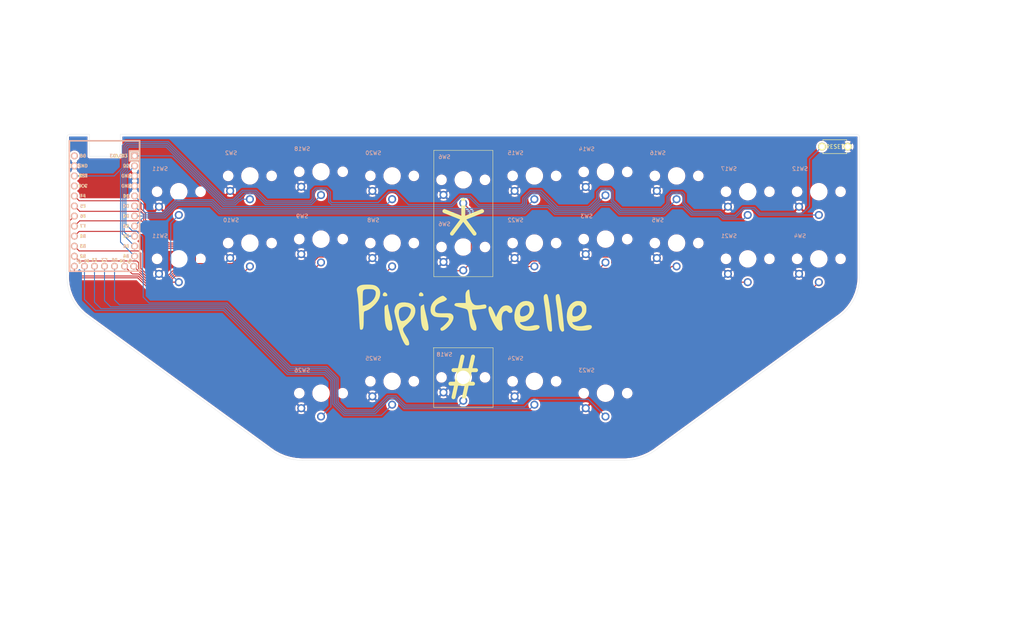
<source format=kicad_pcb>
(kicad_pcb (version 20171130) (host pcbnew 5.1.10)
  (layers (0 F.Cu signal) (31 B.Cu signal) (34 B.Paste user) (35 F.Paste user) (36 B.SilkS user) (37 F.SilkS user) (38 B.Mask user) (39 F.Mask user) (44 Edge.Cuts user))
  (net 0 "")
  (net 1 gnd)
  (net 2 reset)
  (net 3 Switch1)
  (net 4 Switch2)
  (net 5 Switch3)
  (net 6 Switch4)
  (net 7 Switch5)
  (net 8 Switch6)
  (net 9 Switch7)
  (net 10 Switch8)
  (net 11 Switch9)
  (net 12 Switch10)
  (net 13 Switch11)
  (net 14 Switch12)
  (net 15 Switch13)
  (net 16 Switch14)
  (net 17 Switch15)
  (net 18 Switch16)
  (net 19 Switch17)
  (net 20 Switch19)
  (net 21 Switch20)
  (net 22 Switch21)
  (net 23 Switch22)
  (net 24 Switch23)
  (net 25 raw)
  (net 26 vcc)
  (net 27 Switch18)
  (module kbd:ResetSW_1side (layer F.Cu) (at 227.05 65.6)
    (fp_text reference RSW1 hide)
    (fp_text value SW_PUSH)
    (fp_text user RESET (at 0 0) (layer F.SilkS))
    (pad 2 thru_hole circle (at -3.25 0) (size 2 2) (drill 1.3) (layers *.Cu F.SilkS B.Mask) (net 2 reset))
    (pad 1 thru_hole circle (at 3.25 0) (size 2 2) (drill 1.3) (layers *.Cu F.SilkS B.Mask) (net 1 gnd))
  )
  (module Kailh:SW_PG1350_nonrev_DPB2 (layer F.Cu) (at 133 124)
    (fp_text reference SW18 hide)
    (fp_text value SW_Push hide)
    (fp_text user %R (at -4.76 -5.8) (layer B.SilkS) (effects (justify mirror)))
    (pad "" np_thru_hole circle (at -5.5 0) (size 1.7018 1.7018) (drill 1.7018) (layers *.Cu *.Mask))
    (pad "" np_thru_hole circle (at 5.5 0) (size 1.7018 1.7018) (drill 1.7018) (layers *.Cu *.Mask))
    (pad 1 thru_hole circle (at 0 5.9) (size 2.032 2.032) (drill 1.27) (layers *.Cu *.Mask) (net 27 Switch18))
    (pad 2 thru_hole circle (at -5 3.8) (size 2.032 2.032) (drill 1.27) (layers *.Cu *.Mask) (net 1 gnd))
    (pad "" np_thru_hole circle (at 0 0) (size 3.429 3.429) (drill 3.429) (layers *.Cu *.Mask))
  )
  (module Kailh:SW_PG1350_nonrev_DPB2 (layer F.Cu) (at 151 125)
    (fp_text reference SW24 hide)
    (fp_text value SW_Push hide)
    (fp_text user %R (at -4.76 -5.8) (layer B.SilkS) (effects (justify mirror)))
    (pad "" np_thru_hole circle (at 0 0) (size 3.429 3.429) (drill 3.429) (layers *.Cu *.Mask))
    (pad 2 thru_hole circle (at -5 3.8) (size 2.032 2.032) (drill 1.27) (layers *.Cu *.Mask) (net 1 gnd))
    (pad 1 thru_hole circle (at 0 5.9) (size 2.032 2.032) (drill 1.27) (layers *.Cu *.Mask) (net 22 Switch21))
    (pad "" np_thru_hole circle (at 5.5 0) (size 1.7018 1.7018) (drill 1.7018) (layers *.Cu *.Mask))
    (pad "" np_thru_hole circle (at -5.5 0) (size 1.7018 1.7018) (drill 1.7018) (layers *.Cu *.Mask))
  )
  (module Kailh:SW_PG1350_nonrev_DPB2 (layer F.Cu) (at 169 128)
    (fp_text reference SW23 hide)
    (fp_text value SW_Push hide)
    (fp_text user %R (at -4.76 -5.8) (layer B.SilkS) (effects (justify mirror)))
    (pad "" np_thru_hole circle (at 0 0) (size 3.429 3.429) (drill 3.429) (layers *.Cu *.Mask))
    (pad 2 thru_hole circle (at -5 3.8) (size 2.032 2.032) (drill 1.27) (layers *.Cu *.Mask) (net 1 gnd))
    (pad 1 thru_hole circle (at 0 5.9) (size 2.032 2.032) (drill 1.27) (layers *.Cu *.Mask) (net 21 Switch20))
    (pad "" np_thru_hole circle (at 5.5 0) (size 1.7018 1.7018) (drill 1.7018) (layers *.Cu *.Mask))
    (pad "" np_thru_hole circle (at -5.5 0) (size 1.7018 1.7018) (drill 1.7018) (layers *.Cu *.Mask))
  )
  (module keebio:pippy (layer F.Cu) (at 136.6 107.2)
    (fp_text reference G*** hide)
    (fp_text value LOGO hide)
  )
  (module Kailh:SW_PG1350_nonrev_DPB2 (layer F.Cu) (at 61 94)
    (fp_text reference SW11 hide)
    (fp_text value SW_Push hide)
    (fp_text user %R (at -4.76 -5.8) (layer B.SilkS) (effects (justify mirror)))
    (pad "" np_thru_hole circle (at -5.5 0) (size 1.7018 1.7018) (drill 1.7018) (layers *.Cu *.Mask))
    (pad "" np_thru_hole circle (at 5.5 0) (size 1.7018 1.7018) (drill 1.7018) (layers *.Cu *.Mask))
    (pad 1 thru_hole circle (at 0 5.9) (size 2.032 2.032) (drill 1.27) (layers *.Cu *.Mask) (net 11 Switch9))
    (pad 2 thru_hole circle (at -5 3.8) (size 2.032 2.032) (drill 1.27) (layers *.Cu *.Mask) (net 1 gnd))
    (pad "" np_thru_hole circle (at 0 0) (size 3.429 3.429) (drill 3.429) (layers *.Cu *.Mask))
  )
  (module Kailh:SW_PG1350_nonrev_DPB2 (layer F.Cu) (at 133 74)
    (fp_text reference SW6 hide)
    (fp_text value SW_Push hide)
    (fp_text user %R (at -4.76 -5.8) (layer B.SilkS) (effects (justify mirror)))
    (pad "" np_thru_hole circle (at -5.5 0) (size 1.7018 1.7018) (drill 1.7018) (layers *.Cu *.Mask))
    (pad "" np_thru_hole circle (at 5.5 0) (size 1.7018 1.7018) (drill 1.7018) (layers *.Cu *.Mask))
    (pad 1 thru_hole circle (at 0 5.9) (size 2.032 2.032) (drill 1.27) (layers *.Cu *.Mask) (net 7 Switch5))
    (pad 2 thru_hole circle (at -5 3.8) (size 2.032 2.032) (drill 1.27) (layers *.Cu *.Mask) (net 1 gnd))
    (pad "" np_thru_hole circle (at 0 0) (size 3.429 3.429) (drill 3.429) (layers *.Cu *.Mask))
  )
  (module Kailh:SW_PG1350_nonrev_DPB2 (layer F.Cu) (at 79 73)
    (fp_text reference SW2 hide)
    (fp_text value SW_Push hide)
    (fp_text user %R (at -4.76 -5.8) (layer B.SilkS) (effects (justify mirror)))
    (pad "" np_thru_hole circle (at -5.5 0) (size 1.7018 1.7018) (drill 1.7018) (layers *.Cu *.Mask))
    (pad "" np_thru_hole circle (at 5.5 0) (size 1.7018 1.7018) (drill 1.7018) (layers *.Cu *.Mask))
    (pad 1 thru_hole circle (at 0 5.9) (size 2.032 2.032) (drill 1.27) (layers *.Cu *.Mask) (net 3 Switch1))
    (pad 2 thru_hole circle (at -5 3.8) (size 2.032 2.032) (drill 1.27) (layers *.Cu *.Mask) (net 1 gnd))
    (pad "" np_thru_hole circle (at 0 0) (size 3.429 3.429) (drill 3.429) (layers *.Cu *.Mask))
  )
  (module Kailh:SW_PG1350_nonrev_DPB2 (layer F.Cu) (at 97 128)
    (fp_text reference SW26 hide)
    (fp_text value SW_Push hide)
    (fp_text user %R (at -4.76 -5.8) (layer B.SilkS) (effects (justify mirror)))
    (pad "" np_thru_hole circle (at -5.5 0) (size 1.7018 1.7018) (drill 1.7018) (layers *.Cu *.Mask))
    (pad "" np_thru_hole circle (at 5.5 0) (size 1.7018 1.7018) (drill 1.7018) (layers *.Cu *.Mask))
    (pad 1 thru_hole circle (at 0 5.9) (size 2.032 2.032) (drill 1.27) (layers *.Cu *.Mask) (net 24 Switch23))
    (pad 2 thru_hole circle (at -5 3.8) (size 2.032 2.032) (drill 1.27) (layers *.Cu *.Mask) (net 1 gnd))
    (pad "" np_thru_hole circle (at 0 0) (size 3.429 3.429) (drill 3.429) (layers *.Cu *.Mask))
  )
  (module Kailh:SW_PG1350_nonrev_DPB2 (layer F.Cu) (at 115 125)
    (fp_text reference SW25 hide)
    (fp_text value SW_Push hide)
    (fp_text user %R (at -4.76 -5.8) (layer B.SilkS) (effects (justify mirror)))
    (pad "" np_thru_hole circle (at -5.5 0) (size 1.7018 1.7018) (drill 1.7018) (layers *.Cu *.Mask))
    (pad "" np_thru_hole circle (at 5.5 0) (size 1.7018 1.7018) (drill 1.7018) (layers *.Cu *.Mask))
    (pad 1 thru_hole circle (at 0 5.9) (size 2.032 2.032) (drill 1.27) (layers *.Cu *.Mask) (net 23 Switch22))
    (pad 2 thru_hole circle (at -5 3.8) (size 2.032 2.032) (drill 1.27) (layers *.Cu *.Mask) (net 1 gnd))
    (pad "" np_thru_hole circle (at 0 0) (size 3.429 3.429) (drill 3.429) (layers *.Cu *.Mask))
  )
  (module Kailh:SW_PG1350_nonrev_DPB2 (layer F.Cu) (at 151 90)
    (fp_text reference SW22 hide)
    (fp_text value SW_Push hide)
    (fp_text user %R (at -4.76 -5.8) (layer B.SilkS) (effects (justify mirror)))
    (pad "" np_thru_hole circle (at -5.5 0) (size 1.7018 1.7018) (drill 1.7018) (layers *.Cu *.Mask))
    (pad "" np_thru_hole circle (at 5.5 0) (size 1.7018 1.7018) (drill 1.7018) (layers *.Cu *.Mask))
    (pad 1 thru_hole circle (at 0 5.9) (size 2.032 2.032) (drill 1.27) (layers *.Cu *.Mask) (net 20 Switch19))
    (pad 2 thru_hole circle (at -5 3.8) (size 2.032 2.032) (drill 1.27) (layers *.Cu *.Mask) (net 1 gnd))
    (pad "" np_thru_hole circle (at 0 0) (size 3.429 3.429) (drill 3.429) (layers *.Cu *.Mask))
  )
  (module Kailh:SW_PG1350_nonrev_DPB2 (layer F.Cu) (at 205 94)
    (fp_text reference SW21 hide)
    (fp_text value SW_Push hide)
    (fp_text user %R (at -4.76 -5.8) (layer B.SilkS) (effects (justify mirror)))
    (pad "" np_thru_hole circle (at -5.5 0) (size 1.7018 1.7018) (drill 1.7018) (layers *.Cu *.Mask))
    (pad "" np_thru_hole circle (at 5.5 0) (size 1.7018 1.7018) (drill 1.7018) (layers *.Cu *.Mask))
    (pad 1 thru_hole circle (at 0 5.9) (size 2.032 2.032) (drill 1.27) (layers *.Cu *.Mask) (net 19 Switch17))
    (pad 2 thru_hole circle (at -5 3.8) (size 2.032 2.032) (drill 1.27) (layers *.Cu *.Mask) (net 1 gnd))
    (pad "" np_thru_hole circle (at 0 0) (size 3.429 3.429) (drill 3.429) (layers *.Cu *.Mask))
  )
  (module Kailh:SW_PG1350_nonrev_DPB2 (layer F.Cu) (at 115 73)
    (fp_text reference SW20 hide)
    (fp_text value SW_Push hide)
    (fp_text user %R (at -4.76 -5.8) (layer B.SilkS) (effects (justify mirror)))
    (pad "" np_thru_hole circle (at -5.5 0) (size 1.7018 1.7018) (drill 1.7018) (layers *.Cu *.Mask))
    (pad "" np_thru_hole circle (at 5.5 0) (size 1.7018 1.7018) (drill 1.7018) (layers *.Cu *.Mask))
    (pad 1 thru_hole circle (at 0 5.9) (size 2.032 2.032) (drill 1.27) (layers *.Cu *.Mask) (net 18 Switch16))
    (pad 2 thru_hole circle (at -5 3.8) (size 2.032 2.032) (drill 1.27) (layers *.Cu *.Mask) (net 1 gnd))
    (pad "" np_thru_hole circle (at 0 0) (size 3.429 3.429) (drill 3.429) (layers *.Cu *.Mask))
  )
  (module Kailh:SW_PG1350_nonrev_DPB2 (layer F.Cu) (at 97 71.95)
    (fp_text reference SW18 hide)
    (fp_text value SW_Push hide)
    (fp_text user %R (at -4.76 -5.8) (layer B.SilkS) (effects (justify mirror)))
    (pad "" np_thru_hole circle (at -5.5 0) (size 1.7018 1.7018) (drill 1.7018) (layers *.Cu *.Mask))
    (pad "" np_thru_hole circle (at 5.5 0) (size 1.7018 1.7018) (drill 1.7018) (layers *.Cu *.Mask))
    (pad 1 thru_hole circle (at 0 5.9) (size 2.032 2.032) (drill 1.27) (layers *.Cu *.Mask) (net 17 Switch15))
    (pad 2 thru_hole circle (at -5 3.8) (size 2.032 2.032) (drill 1.27) (layers *.Cu *.Mask) (net 1 gnd))
    (pad "" np_thru_hole circle (at 0 0) (size 3.429 3.429) (drill 3.429) (layers *.Cu *.Mask))
  )
  (module Kailh:SW_PG1350_nonrev_DPB2 (layer F.Cu) (at 205 77)
    (fp_text reference SW17 hide)
    (fp_text value SW_Push hide)
    (fp_text user %R (at -4.76 -5.8) (layer B.SilkS) (effects (justify mirror)))
    (pad "" np_thru_hole circle (at -5.5 0) (size 1.7018 1.7018) (drill 1.7018) (layers *.Cu *.Mask))
    (pad "" np_thru_hole circle (at 5.5 0) (size 1.7018 1.7018) (drill 1.7018) (layers *.Cu *.Mask))
    (pad 1 thru_hole circle (at 0 5.9) (size 2.032 2.032) (drill 1.27) (layers *.Cu *.Mask) (net 16 Switch14))
    (pad 2 thru_hole circle (at -5 3.8) (size 2.032 2.032) (drill 1.27) (layers *.Cu *.Mask) (net 1 gnd))
    (pad "" np_thru_hole circle (at 0 0) (size 3.429 3.429) (drill 3.429) (layers *.Cu *.Mask))
  )
  (module Kailh:SW_PG1350_nonrev_DPB2 (layer F.Cu) (at 187 73)
    (fp_text reference SW16 hide)
    (fp_text value SW_Push hide)
    (fp_text user %R (at -4.76 -5.8) (layer B.SilkS) (effects (justify mirror)))
    (pad "" np_thru_hole circle (at -5.5 0) (size 1.7018 1.7018) (drill 1.7018) (layers *.Cu *.Mask))
    (pad "" np_thru_hole circle (at 5.5 0) (size 1.7018 1.7018) (drill 1.7018) (layers *.Cu *.Mask))
    (pad 1 thru_hole circle (at 0 5.9) (size 2.032 2.032) (drill 1.27) (layers *.Cu *.Mask) (net 15 Switch13))
    (pad 2 thru_hole circle (at -5 3.8) (size 2.032 2.032) (drill 1.27) (layers *.Cu *.Mask) (net 1 gnd))
    (pad "" np_thru_hole circle (at 0 0) (size 3.429 3.429) (drill 3.429) (layers *.Cu *.Mask))
  )
  (module Kailh:SW_PG1350_nonrev_DPB2 (layer F.Cu) (at 151 73)
    (fp_text reference SW15 hide)
    (fp_text value SW_Push hide)
    (fp_text user %R (at -4.76 -5.8) (layer B.SilkS) (effects (justify mirror)))
    (pad "" np_thru_hole circle (at -5.5 0) (size 1.7018 1.7018) (drill 1.7018) (layers *.Cu *.Mask))
    (pad "" np_thru_hole circle (at 5.5 0) (size 1.7018 1.7018) (drill 1.7018) (layers *.Cu *.Mask))
    (pad 1 thru_hole circle (at 0 5.9) (size 2.032 2.032) (drill 1.27) (layers *.Cu *.Mask) (net 14 Switch12))
    (pad 2 thru_hole circle (at -5 3.8) (size 2.032 2.032) (drill 1.27) (layers *.Cu *.Mask) (net 1 gnd))
    (pad "" np_thru_hole circle (at 0 0) (size 3.429 3.429) (drill 3.429) (layers *.Cu *.Mask))
  )
  (module Kailh:SW_PG1350_nonrev_DPB2 (layer F.Cu) (at 169 72)
    (fp_text reference SW14 hide)
    (fp_text value SW_Push hide)
    (fp_text user %R (at -4.76 -5.8) (layer B.SilkS) (effects (justify mirror)))
    (pad "" np_thru_hole circle (at -5.5 0) (size 1.7018 1.7018) (drill 1.7018) (layers *.Cu *.Mask))
    (pad "" np_thru_hole circle (at 5.5 0) (size 1.7018 1.7018) (drill 1.7018) (layers *.Cu *.Mask))
    (pad 1 thru_hole circle (at 0 5.9) (size 2.032 2.032) (drill 1.27) (layers *.Cu *.Mask) (net 13 Switch11))
    (pad 2 thru_hole circle (at -5 3.8) (size 2.032 2.032) (drill 1.27) (layers *.Cu *.Mask) (net 1 gnd))
    (pad "" np_thru_hole circle (at 0 0) (size 3.429 3.429) (drill 3.429) (layers *.Cu *.Mask))
  )
  (module Kailh:SW_PG1350_nonrev_DPB2 (layer F.Cu) (at 223 77)
    (fp_text reference SW12 hide)
    (fp_text value SW_Push hide)
    (fp_text user %R (at -4.76 -5.8) (layer B.SilkS) (effects (justify mirror)))
    (pad "" np_thru_hole circle (at -5.5 0) (size 1.7018 1.7018) (drill 1.7018) (layers *.Cu *.Mask))
    (pad "" np_thru_hole circle (at 5.5 0) (size 1.7018 1.7018) (drill 1.7018) (layers *.Cu *.Mask))
    (pad 1 thru_hole circle (at 0 5.9) (size 2.032 2.032) (drill 1.27) (layers *.Cu *.Mask) (net 12 Switch10))
    (pad 2 thru_hole circle (at -5 3.8) (size 2.032 2.032) (drill 1.27) (layers *.Cu *.Mask) (net 1 gnd))
    (pad "" np_thru_hole circle (at 0 0) (size 3.429 3.429) (drill 3.429) (layers *.Cu *.Mask))
  )
  (module Kailh:SW_PG1350_nonrev_DPB2 (layer F.Cu) (at 61 77)
    (fp_text reference SW11 hide)
    (fp_text value SW_Push hide)
    (fp_text user %R (at -4.76 -5.8) (layer B.SilkS) (effects (justify mirror)))
    (pad "" np_thru_hole circle (at -5.5 0) (size 1.7018 1.7018) (drill 1.7018) (layers *.Cu *.Mask))
    (pad "" np_thru_hole circle (at 5.5 0) (size 1.7018 1.7018) (drill 1.7018) (layers *.Cu *.Mask))
    (pad 1 thru_hole circle (at 0 5.9) (size 2.032 2.032) (drill 1.27) (layers *.Cu *.Mask) (net 11 Switch9))
    (pad 2 thru_hole circle (at -5 3.8) (size 2.032 2.032) (drill 1.27) (layers *.Cu *.Mask) (net 1 gnd))
    (pad "" np_thru_hole circle (at 0 0) (size 3.429 3.429) (drill 3.429) (layers *.Cu *.Mask))
  )
  (module Kailh:SW_PG1350_nonrev_DPB2 (layer F.Cu) (at 79 90)
    (fp_text reference SW10 hide)
    (fp_text value SW_Push hide)
    (fp_text user %R (at -4.76 -5.8) (layer B.SilkS) (effects (justify mirror)))
    (pad "" np_thru_hole circle (at -5.5 0) (size 1.7018 1.7018) (drill 1.7018) (layers *.Cu *.Mask))
    (pad "" np_thru_hole circle (at 5.5 0) (size 1.7018 1.7018) (drill 1.7018) (layers *.Cu *.Mask))
    (pad 1 thru_hole circle (at 0 5.9) (size 2.032 2.032) (drill 1.27) (layers *.Cu *.Mask) (net 10 Switch8))
    (pad 2 thru_hole circle (at -5 3.8) (size 2.032 2.032) (drill 1.27) (layers *.Cu *.Mask) (net 1 gnd))
    (pad "" np_thru_hole circle (at 0 0) (size 3.429 3.429) (drill 3.429) (layers *.Cu *.Mask))
  )
  (module Kailh:SW_PG1350_nonrev_DPB2 (layer F.Cu) (at 97 89)
    (fp_text reference SW9 hide)
    (fp_text value SW_Push hide)
    (fp_text user %R (at -4.76 -5.8) (layer B.SilkS) (effects (justify mirror)))
    (pad "" np_thru_hole circle (at -5.5 0) (size 1.7018 1.7018) (drill 1.7018) (layers *.Cu *.Mask))
    (pad "" np_thru_hole circle (at 5.5 0) (size 1.7018 1.7018) (drill 1.7018) (layers *.Cu *.Mask))
    (pad 1 thru_hole circle (at 0 5.9) (size 2.032 2.032) (drill 1.27) (layers *.Cu *.Mask) (net 9 Switch7))
    (pad 2 thru_hole circle (at -5 3.8) (size 2.032 2.032) (drill 1.27) (layers *.Cu *.Mask) (net 1 gnd))
    (pad "" np_thru_hole circle (at 0 0) (size 3.429 3.429) (drill 3.429) (layers *.Cu *.Mask))
  )
  (module Kailh:SW_PG1350_nonrev_DPB2 (layer F.Cu) (at 115 90)
    (fp_text reference SW8 hide)
    (fp_text value SW_Push hide)
    (fp_text user %R (at -4.76 -5.8) (layer B.SilkS) (effects (justify mirror)))
    (pad "" np_thru_hole circle (at -5.5 0) (size 1.7018 1.7018) (drill 1.7018) (layers *.Cu *.Mask))
    (pad "" np_thru_hole circle (at 5.5 0) (size 1.7018 1.7018) (drill 1.7018) (layers *.Cu *.Mask))
    (pad 1 thru_hole circle (at 0 5.9) (size 2.032 2.032) (drill 1.27) (layers *.Cu *.Mask) (net 8 Switch6))
    (pad 2 thru_hole circle (at -5 3.8) (size 2.032 2.032) (drill 1.27) (layers *.Cu *.Mask) (net 1 gnd))
    (pad "" np_thru_hole circle (at 0 0) (size 3.429 3.429) (drill 3.429) (layers *.Cu *.Mask))
  )
  (module Kailh:SW_PG1350_nonrev_DPB2 (layer F.Cu) (at 133 91)
    (fp_text reference SW6 hide)
    (fp_text value SW_Push hide)
    (fp_text user %R (at -4.76 -5.8) (layer B.SilkS) (effects (justify mirror)))
    (pad "" np_thru_hole circle (at -5.5 0) (size 1.7018 1.7018) (drill 1.7018) (layers *.Cu *.Mask))
    (pad "" np_thru_hole circle (at 5.5 0) (size 1.7018 1.7018) (drill 1.7018) (layers *.Cu *.Mask))
    (pad 1 thru_hole circle (at 0 5.9) (size 2.032 2.032) (drill 1.27) (layers *.Cu *.Mask) (net 7 Switch5))
    (pad 2 thru_hole circle (at -5 3.8) (size 2.032 2.032) (drill 1.27) (layers *.Cu *.Mask) (net 1 gnd))
    (pad "" np_thru_hole circle (at 0 0) (size 3.429 3.429) (drill 3.429) (layers *.Cu *.Mask))
  )
  (module Kailh:SW_PG1350_nonrev_DPB2 (layer F.Cu) (at 187 90)
    (fp_text reference SW5 hide)
    (fp_text value SW_Push hide)
    (fp_text user %R (at -4.76 -5.8) (layer B.SilkS) (effects (justify mirror)))
    (pad "" np_thru_hole circle (at -5.5 0) (size 1.7018 1.7018) (drill 1.7018) (layers *.Cu *.Mask))
    (pad "" np_thru_hole circle (at 5.5 0) (size 1.7018 1.7018) (drill 1.7018) (layers *.Cu *.Mask))
    (pad 1 thru_hole circle (at 0 5.9) (size 2.032 2.032) (drill 1.27) (layers *.Cu *.Mask) (net 6 Switch4))
    (pad 2 thru_hole circle (at -5 3.8) (size 2.032 2.032) (drill 1.27) (layers *.Cu *.Mask) (net 1 gnd))
    (pad "" np_thru_hole circle (at 0 0) (size 3.429 3.429) (drill 3.429) (layers *.Cu *.Mask))
  )
  (module Kailh:SW_PG1350_nonrev_DPB2 (layer F.Cu) (at 223 94)
    (fp_text reference SW4 hide)
    (fp_text value SW_Push hide)
    (fp_text user %R (at -4.76 -5.8) (layer B.SilkS) (effects (justify mirror)))
    (pad "" np_thru_hole circle (at -5.5 0) (size 1.7018 1.7018) (drill 1.7018) (layers *.Cu *.Mask))
    (pad "" np_thru_hole circle (at 5.5 0) (size 1.7018 1.7018) (drill 1.7018) (layers *.Cu *.Mask))
    (pad 1 thru_hole circle (at 0 5.9) (size 2.032 2.032) (drill 1.27) (layers *.Cu *.Mask) (net 5 Switch3))
    (pad 2 thru_hole circle (at -5 3.8) (size 2.032 2.032) (drill 1.27) (layers *.Cu *.Mask) (net 1 gnd))
    (pad "" np_thru_hole circle (at 0 0) (size 3.429 3.429) (drill 3.429) (layers *.Cu *.Mask))
  )
  (module Kailh:SW_PG1350_nonrev_DPB2 (layer F.Cu) (at 169 89)
    (fp_text reference SW3 hide)
    (fp_text value SW_Push hide)
    (fp_text user %R (at -4.76 -5.8) (layer B.SilkS) (effects (justify mirror)))
    (pad "" np_thru_hole circle (at -5.5 0) (size 1.7018 1.7018) (drill 1.7018) (layers *.Cu *.Mask))
    (pad "" np_thru_hole circle (at 5.5 0) (size 1.7018 1.7018) (drill 1.7018) (layers *.Cu *.Mask))
    (pad 1 thru_hole circle (at 0 5.9) (size 2.032 2.032) (drill 1.27) (layers *.Cu *.Mask) (net 4 Switch2))
    (pad 2 thru_hole circle (at -5 3.8) (size 2.032 2.032) (drill 1.27) (layers *.Cu *.Mask) (net 1 gnd))
    (pad "" np_thru_hole circle (at 0 0) (size 3.429 3.429) (drill 3.429) (layers *.Cu *.Mask))
  )
  (module keebio:Elite-C (layer B.Cu) (at 42.2 81.9 270)
    (fp_text reference U1 hide)
    (fp_text value ProMicro-kbd hide)
    (fp_text user D5 (at 12.4 -2.54 180) (layer F.SilkS) (effects (font (size 0.8 0.8))))
    (fp_text user D5 (at 12.4 -2.54 180) (layer B.SilkS) (effects (font (size 0.8 0.8)) (justify mirror)))
    (fp_text user F1 (at 12.4 2.54 180) (layer B.SilkS) (effects (font (size 0.8 0.8)) (justify mirror)))
    (fp_text user F1 (at 12.4 2.54 180) (layer F.SilkS) (effects (font (size 0.8 0.8))))
    (fp_text user C7 (at 12.4 0 180) (layer F.SilkS) (effects (font (size 0.8 0.8))))
    (fp_text user C7 (at 12.4 0 180) (layer B.SilkS) (effects (font (size 0.8 0.8)) (justify mirror)))
    (fp_text user B6 (at 12.7 6.4 135 unlocked) (layer F.SilkS) (effects (font (size 0.7 0.7))))
    (fp_text user B6 (at 12.7 6.4 135 unlocked) (layer B.SilkS) (effects (font (size 0.7 0.7)) (justify mirror)))
    (fp_text user F0 (at 12.6 4.5 180) (layer B.SilkS) (effects (font (size 0.7 0.7)) (justify mirror)))
    (fp_text user F0 (at 12.6 4.5 180) (layer F.SilkS) (effects (font (size 0.7 0.7))))
    (fp_text user B7 (at 12.6 -4.5 180) (layer F.SilkS) (effects (font (size 0.7 0.7))))
    (fp_text user B7 (at 12.6 -4.5 180) (layer B.SilkS) (effects (font (size 0.7 0.7)) (justify mirror)))
    (fp_text user ST (at -8.91 5.04 180) (layer F.SilkS) (effects (font (size 0.8 0.8))))
    (fp_text user TX0/D3 (at -13.97 -3.571872 180) (layer B.SilkS) (effects (font (size 0.8 0.8)) (justify mirror)))
    (fp_text user TX0/D3 (at -13.97 -3.571872 180) (layer F.SilkS) (effects (font (size 0.8 0.8))))
    (fp_text user D2 (at -11.43 -5.461 180) (layer B.SilkS) (effects (font (size 0.8 0.8)) (justify mirror)))
    (fp_text user D0 (at -1.27 -5.461 180) (layer B.SilkS) (effects (font (size 0.8 0.8)) (justify mirror)))
    (fp_text user D1 (at -3.81 -5.461 180) (layer B.SilkS) (effects (font (size 0.8 0.8)) (justify mirror)))
    (fp_text user GND (at -6.35 -5.461 180) (layer B.SilkS) (effects (font (size 0.8 0.8)) (justify mirror)))
    (fp_text user GND (at -8.89 -5.461 180) (layer B.SilkS) (effects (font (size 0.8 0.8)) (justify mirror)))
    (fp_text user D4 (at 1.27 -5.461 180) (layer B.SilkS) (effects (font (size 0.8 0.8)) (justify mirror)))
    (fp_text user C6 (at 3.81 -5.461 180) (layer B.SilkS) (effects (font (size 0.8 0.8)) (justify mirror)))
    (fp_text user D7 (at 6.35 -5.461 180) (layer B.SilkS) (effects (font (size 0.8 0.8)) (justify mirror)))
    (fp_text user E6 (at 8.89 -5.461 180) (layer B.SilkS) (effects (font (size 0.8 0.8)) (justify mirror)))
    (fp_text user B4 (at 11.43 -5.461 180) (layer B.SilkS) (effects (font (size 0.8 0.8)) (justify mirror)))
    (fp_text user B5 (at 12.7 -6.4 225) (layer B.SilkS) (effects (font (size 0.7 0.7)) (justify mirror)))
    (fp_text user B2 (at 11.43 5.461 180) (layer F.SilkS) (effects (font (size 0.8 0.8))))
    (fp_text user B3 (at 8.89 5.461 180) (layer B.SilkS) (effects (font (size 0.8 0.8)) (justify mirror)))
    (fp_text user B1 (at 6.35 5.461 180) (layer B.SilkS) (effects (font (size 0.8 0.8)) (justify mirror)))
    (fp_text user F7 (at 3.81 5.461 180) (layer F.SilkS) (effects (font (size 0.8 0.8))))
    (fp_text user F6 (at 1.27 5.461 180) (layer F.SilkS) (effects (font (size 0.8 0.8))))
    (fp_text user F5 (at -1.27 5.461 180) (layer F.SilkS) (effects (font (size 0.8 0.8))))
    (fp_text user F4 (at -3.81 5.461 180) (layer B.SilkS) (effects (font (size 0.8 0.8)) (justify mirror)))
    (fp_text user VCC (at -6.35 5.461 180) (layer B.SilkS) (effects (font (size 0.8 0.8)) (justify mirror)))
    (fp_text user ST (at -8.92 5.73312 180) (layer B.SilkS) (effects (font (size 0.8 0.8)) (justify mirror)))
    (fp_text user GND (at -11.43 5.461 180) (layer B.SilkS) (effects (font (size 0.8 0.8)) (justify mirror)))
    (fp_text user B0 (at -13.97 5.461 180) (layer B.SilkS) (effects (font (size 0.8 0.8)) (justify mirror)))
    (fp_text user B0 (at -13.97 5.461 180) (layer F.SilkS) (effects (font (size 0.8 0.8))))
    (fp_text user GND (at -11.43 5.461 180) (layer F.SilkS) (effects (font (size 0.8 0.8))))
    (fp_text user VCC (at -6.35 5.461 180) (layer F.SilkS) (effects (font (size 0.8 0.8))))
    (fp_text user F4 (at -3.81 5.461 180) (layer F.SilkS) (effects (font (size 0.8 0.8))))
    (fp_text user F5 (at -1.27 5.461 180) (layer B.SilkS) (effects (font (size 0.8 0.8)) (justify mirror)))
    (fp_text user F6 (at 1.27 5.461 180) (layer B.SilkS) (effects (font (size 0.8 0.8)) (justify mirror)))
    (fp_text user F7 (at 3.81 5.461 180) (layer B.SilkS) (effects (font (size 0.8 0.8)) (justify mirror)))
    (fp_text user B1 (at 6.35 5.461 180) (layer F.SilkS) (effects (font (size 0.8 0.8))))
    (fp_text user B3 (at 8.89 5.461 180) (layer F.SilkS) (effects (font (size 0.8 0.8))))
    (fp_text user B2 (at 11.43 5.461 180) (layer B.SilkS) (effects (font (size 0.8 0.8)) (justify mirror)))
    (fp_text user B5 (at 12.7 -6.4 225) (layer F.SilkS) (effects (font (size 0.7 0.7))))
    (fp_text user B4 (at 11.43 -5.461 180) (layer F.SilkS) (effects (font (size 0.8 0.8))))
    (fp_text user E6 (at 8.89 -5.461 180) (layer F.SilkS) (effects (font (size 0.8 0.8))))
    (fp_text user D7 (at 6.35 -5.461 180) (layer F.SilkS) (effects (font (size 0.8 0.8))))
    (fp_text user C6 (at 3.81 -5.461 180) (layer F.SilkS) (effects (font (size 0.8 0.8))))
    (fp_text user D4 (at 1.27 -5.461 180) (layer F.SilkS) (effects (font (size 0.8 0.8))))
    (fp_text user GND (at -8.89 -5.461 180) (layer F.SilkS) (effects (font (size 0.8 0.8))))
    (fp_text user GND (at -6.35 -5.461 180) (layer F.SilkS) (effects (font (size 0.8 0.8))))
    (fp_text user D1 (at -3.81 -5.461 180) (layer F.SilkS) (effects (font (size 0.8 0.8))))
    (fp_text user D0 (at -1.27 -5.461 180) (layer F.SilkS) (effects (font (size 0.8 0.8))))
    (fp_text user D2 (at -11.43 -5.461 180) (layer F.SilkS) (effects (font (size 0.8 0.8))))
    (pad 25 thru_hole circle (at 13.97 -5.08 270) (size 1.7526 1.7526) (drill 1.0922) (layers *.Cu *.SilkS *.Mask) (net 20 Switch19))
    (pad 26 thru_hole circle (at 13.97 -2.54 270) (size 1.7526 1.7526) (drill 1.0922) (layers *.Cu *.SilkS *.Mask) (net 21 Switch20))
    (pad 27 thru_hole circle (at 13.97 0 270) (size 1.7526 1.7526) (drill 1.0922) (layers *.Cu *.SilkS *.Mask) (net 22 Switch21))
    (pad 28 thru_hole circle (at 13.97 2.54 270) (size 1.7526 1.7526) (drill 1.0922) (layers *.Cu *.SilkS *.Mask) (net 23 Switch22))
    (pad 29 thru_hole circle (at 13.97 5.08 270) (size 1.7526 1.7526) (drill 1.0922) (layers *.Cu *.SilkS *.Mask) (net 24 Switch23))
    (pad 24 thru_hole circle (at -13.97 7.62 270) (size 1.7526 1.7526) (drill 1.0922) (layers *.Cu *.SilkS *.Mask) (net 25 raw))
    (pad 12 thru_hole circle (at 13.97 -7.3914 270) (size 1.7526 1.7526) (drill 1.0922) (layers *.Cu *.SilkS *.Mask) (net 19 Switch17))
    (pad 23 thru_hole circle (at -11.43 7.62 270) (size 1.7526 1.7526) (drill 1.0922) (layers *.Cu *.SilkS *.Mask) (net 1 gnd))
    (pad 22 thru_hole circle (at -8.89 7.62 270) (size 1.7526 1.7526) (drill 1.0922) (layers *.Cu *.SilkS *.Mask) (net 2 reset))
    (pad 21 thru_hole circle (at -6.35 7.62 270) (size 1.7526 1.7526) (drill 1.0922) (layers *.Cu *.SilkS *.Mask) (net 26 vcc))
    (pad 20 thru_hole circle (at -3.81 7.62 270) (size 1.7526 1.7526) (drill 1.0922) (layers *.Cu *.SilkS *.Mask) (net 7 Switch5))
    (pad 19 thru_hole circle (at -1.27 7.62 270) (size 1.7526 1.7526) (drill 1.0922) (layers *.Cu *.SilkS *.Mask) (net 6 Switch4))
    (pad 18 thru_hole circle (at 1.27 7.62 270) (size 1.7526 1.7526) (drill 1.0922) (layers *.Cu *.SilkS *.Mask) (net 5 Switch3))
    (pad 17 thru_hole circle (at 3.81 7.62 270) (size 1.7526 1.7526) (drill 1.0922) (layers *.Cu *.SilkS *.Mask) (net 4 Switch2))
    (pad 16 thru_hole circle (at 6.35 7.62 270) (size 1.7526 1.7526) (drill 1.0922) (layers *.Cu *.SilkS *.Mask) (net 8 Switch6))
    (pad 15 thru_hole circle (at 8.89 7.62 270) (size 1.7526 1.7526) (drill 1.0922) (layers *.Cu *.SilkS *.Mask) (net 9 Switch7))
    (pad 14 thru_hole circle (at 11.43 7.62 270) (size 1.7526 1.7526) (drill 1.0922) (layers *.Cu *.SilkS *.Mask) (net 10 Switch8))
    (pad 13 thru_hole circle (at 13.97 7.62 270) (size 1.7526 1.7526) (drill 1.0922) (layers *.Cu *.SilkS *.Mask) (net 11 Switch9))
    (pad 11 thru_hole circle (at 11.43 -7.62 270) (size 1.7526 1.7526) (drill 1.0922) (layers *.Cu *.SilkS *.Mask) (net 18 Switch16))
    (pad 10 thru_hole circle (at 8.89 -7.62 270) (size 1.7526 1.7526) (drill 1.0922) (layers *.Cu *.SilkS *.Mask) (net 17 Switch15))
    (pad 9 thru_hole circle (at 6.35 -7.62 270) (size 1.7526 1.7526) (drill 1.0922) (layers *.Cu *.SilkS *.Mask) (net 3 Switch1))
    (pad 8 thru_hole circle (at 3.81 -7.62 270) (size 1.7526 1.7526) (drill 1.0922) (layers *.Cu *.SilkS *.Mask) (net 16 Switch14))
    (pad 7 thru_hole circle (at 1.27 -7.62 270) (size 1.7526 1.7526) (drill 1.0922) (layers *.Cu *.SilkS *.Mask) (net 15 Switch13))
    (pad 6 thru_hole circle (at -1.27 -7.62 270) (size 1.7526 1.7526) (drill 1.0922) (layers *.Cu *.SilkS *.Mask) (net 14 Switch12))
    (pad 5 thru_hole circle (at -3.81 -7.62 270) (size 1.7526 1.7526) (drill 1.0922) (layers *.Cu *.SilkS *.Mask) (net 13 Switch11))
    (pad 4 thru_hole circle (at -6.35 -7.62 270) (size 1.7526 1.7526) (drill 1.0922) (layers *.Cu *.SilkS *.Mask) (net 1 gnd))
    (pad 3 thru_hole circle (at -8.89 -7.62 270) (size 1.7526 1.7526) (drill 1.0922) (layers *.Cu *.SilkS *.Mask) (net 1 gnd))
    (pad 2 thru_hole circle (at -11.43 -7.62 270) (size 1.7526 1.7526) (drill 1.0922) (layers *.Cu *.SilkS *.Mask) (net 27 Switch18))
    (pad 1 thru_hole rect (at -13.97 -7.62 270) (size 1.7526 1.7526) (drill 1.0922) (layers *.Cu *.SilkS *.Mask) (net 12 Switch10))
  )
  (gr_line (start 38.4 62.5) (end 33.35 62.5) (layer Edge.Cuts) (width 0.05))
  (gr_line (start 46.2 68.05) (end 46.2 62.5) (layer Edge.Cuts) (width 0.05))
  (gr_line (start 38.4 68.05) (end 46.2 68.05) (layer Edge.Cuts) (width 0.05))
  (gr_line (start 38.4 62.5) (end 38.4 68.05) (layer Edge.Cuts) (width 0.05))
  (gr_arc (start 33.35 63.15) (end 32.7 63.15) (angle 90) (layer Edge.Cuts) (width 0.05))
  (gr_arc (start 232.65 63.15) (end 232.65 62.5) (angle 90) (layer Edge.Cuts) (width 0.05))
  (gr_text "#" (at 133 123.85) (layer F.SilkS) (effects (font (size 8 8) (thickness 1))))
  (gr_text * (at 133 89.85) (layer F.SilkS) (effects (font (size 20 20) (thickness 1))))
  (gr_line (start 125.45 116.5) (end 125.45 116.55) (layer F.SilkS) (width 0.12))
  (gr_line (start 140.55 116.5) (end 125.45 116.5) (layer F.SilkS) (width 0.12))
  (gr_line (start 140.55 131.6) (end 140.55 116.5) (layer F.SilkS) (width 0.12))
  (gr_line (start 125.5 131.6) (end 140.55 131.6) (layer F.SilkS) (width 0.12))
  (gr_line (start 125.5 116.5) (end 125.5 131.6) (layer F.SilkS) (width 0.12))
  (gr_line (start 140.5 66.55) (end 125.55 66.55) (layer F.SilkS) (width 0.12))
  (gr_line (start 140.5 98.5) (end 140.5 66.55) (layer F.SilkS) (width 0.12))
  (gr_line (start 125.55 98.5) (end 140.5 98.5) (layer F.SilkS) (width 0.12))
  (gr_line (start 125.55 66.5) (end 125.55 98.5) (layer F.SilkS) (width 0.12))
  (gr_line (start 233.30192 63.15) (end 233.299999 98.641004) (layer Edge.Cuts) (width 0.05))
  (gr_arc (start 221.05 98.591005) (end 233.299999 98.641004) (angle 55.37666836) (layer Edge.Cuts) (width 0.05))
  (gr_arc (start 173.630249 131.164891) (end 182.3996 141.867112) (angle 38.6280761) (layer Edge.Cuts) (width 0.05))
  (gr_line (start 132.95 62.5) (end 232.65 62.5) (layer Edge.Cuts) (width 0.05))
  (gr_line (start 173.8 145) (end 133 145) (layer Edge.Cuts) (width 0.05))
  (gr_line (start 227.969046 108.7) (end 182.3996 141.867112) (layer Edge.Cuts) (width 0.05))
  (gr_arc (start 92.369751 131.164891) (end 83.6004 141.867112) (angle -38.6280761) (layer Edge.Cuts) (width 0.05))
  (gr_arc (start 44.95 98.591005) (end 32.700001 98.641004) (angle -55.37666836) (layer Edge.Cuts) (width 0.05))
  (gr_line (start 92.2 145) (end 133 145) (layer Edge.Cuts) (width 0.05))
  (gr_line (start 38.030954 108.7) (end 83.6004 141.867112) (layer Edge.Cuts) (width 0.05))
  (gr_line (start 132.95 62.5) (end 46.2 62.5) (layer Edge.Cuts) (width 0.05))
  (gr_line (start 32.7 63.15) (end 32.700001 98.641004) (layer Edge.Cuts) (width 0.05))
  (segment (start 220.65 68.75) (end 223.8 65.6) (width 0.25) (layer B.Cu) (net 2))
  (segment (start 220.65 80.7) (end 220.65 68.75) (width 0.25) (layer B.Cu) (net 2))
  (segment (start 218.90001 82.44999) (end 220.65 80.7) (width 0.25) (layer B.Cu) (net 2))
  (segment (start 208.1364 82.44999) (end 218.90001 82.44999) (width 0.25) (layer B.Cu) (net 2))
  (segment (start 206.686401 80.999991) (end 208.1364 82.44999) (width 0.25) (layer B.Cu) (net 2))
  (segment (start 137.01139 80.32498) (end 147.63861 80.32498) (width 0.25) (layer B.Cu) (net 2))
  (segment (start 34.58 73.01) (end 44.66716 73.01) (width 0.25) (layer B.Cu) (net 2))
  (segment (start 136 79.31359) (end 137.01139 80.32498) (width 0.25) (layer B.Cu) (net 2))
  (segment (start 119.14999 80.29999) (end 129.978918 80.29999) (width 0.25) (layer B.Cu) (net 2))
  (segment (start 132.228928 78.04998) (end 134.78639 78.04998) (width 0.25) (layer B.Cu) (net 2))
  (segment (start 72.9456 78.94996) (end 74.79081 78.94996) (width 0.25) (layer B.Cu) (net 2))
  (segment (start 129.978918 80.29999) (end 132.228928 78.04998) (width 0.25) (layer B.Cu) (net 2))
  (segment (start 44.66716 73.01) (end 46.693175 70.983985) (width 0.25) (layer B.Cu) (net 2))
  (segment (start 115.9 77.05) (end 119.14999 80.29999) (width 0.25) (layer B.Cu) (net 2))
  (segment (start 189.009009 79.859009) (end 191.14998 81.99998) (width 0.25) (layer B.Cu) (net 2))
  (segment (start 99.73641 79.75) (end 111.45 79.75) (width 0.25) (layer B.Cu) (net 2))
  (segment (start 114.15 77.05) (end 115.9 77.05) (width 0.25) (layer B.Cu) (net 2))
  (segment (start 98.377402 76.05899) (end 99.37501 77.056598) (width 0.25) (layer B.Cu) (net 2))
  (segment (start 83.2728 79.34998) (end 94.21361 79.34998) (width 0.25) (layer B.Cu) (net 2))
  (segment (start 95.586603 76.058989) (end 98.377402 76.05899) (width 0.25) (layer B.Cu) (net 2))
  (segment (start 94.21361 79.34998) (end 94.79999 78.7636) (width 0.25) (layer B.Cu) (net 2))
  (segment (start 46.693175 65.320415) (end 47.670415 64.343175) (width 0.25) (layer B.Cu) (net 2))
  (segment (start 47.670415 64.343175) (end 58.338816 64.343176) (width 0.25) (layer B.Cu) (net 2))
  (segment (start 156.82282 80.85) (end 164.7 80.85) (width 0.25) (layer B.Cu) (net 2))
  (segment (start 136 79.26359) (end 136 79.31359) (width 0.25) (layer B.Cu) (net 2))
  (segment (start 74.79081 78.94996) (end 77.081791 76.658979) (width 0.25) (layer B.Cu) (net 2))
  (segment (start 99.37501 77.056598) (end 99.37501 79.3886) (width 0.25) (layer B.Cu) (net 2))
  (segment (start 199.0728 82.99998) (end 201.81361 82.99998) (width 0.25) (layer B.Cu) (net 2))
  (segment (start 203.813599 80.999991) (end 206.686401 80.999991) (width 0.25) (layer B.Cu) (net 2))
  (segment (start 156.75 80.77718) (end 156.82282 80.85) (width 0.25) (layer B.Cu) (net 2))
  (segment (start 58.338816 64.343176) (end 72.9456 78.94996) (width 0.25) (layer B.Cu) (net 2))
  (segment (start 99.37501 79.3886) (end 99.73641 79.75) (width 0.25) (layer B.Cu) (net 2))
  (segment (start 198.08639 81.99998) (end 198.7 82.61359) (width 0.25) (layer B.Cu) (net 2))
  (segment (start 94.79999 76.845602) (end 95.586603 76.058989) (width 0.25) (layer B.Cu) (net 2))
  (segment (start 94.79999 78.7636) (end 94.79999 76.845602) (width 0.25) (layer B.Cu) (net 2))
  (segment (start 166.807649 78.742351) (end 166.807649 77.105941) (width 0.25) (layer B.Cu) (net 2))
  (segment (start 111.45 79.75) (end 114.15 77.05) (width 0.25) (layer B.Cu) (net 2))
  (segment (start 77.081791 76.658979) (end 80.5818 76.65898) (width 0.25) (layer B.Cu) (net 2))
  (segment (start 80.5818 76.65898) (end 83.2728 79.34998) (width 0.25) (layer B.Cu) (net 2))
  (segment (start 189.009009 77.690597) (end 189.009009 79.859009) (width 0.25) (layer B.Cu) (net 2))
  (segment (start 156.75 80.66359) (end 156.75 80.77718) (width 0.25) (layer B.Cu) (net 2))
  (segment (start 147.63861 80.32498) (end 148.065298 79.898292) (width 0.25) (layer B.Cu) (net 2))
  (segment (start 170.909009 79.2226) (end 173.036399 81.34999) (width 0.25) (layer B.Cu) (net 2))
  (segment (start 148.065298 79.898292) (end 148.065298 78.5772) (width 0.25) (layer B.Cu) (net 2))
  (segment (start 134.78639 78.04998) (end 136 79.26359) (width 0.25) (layer B.Cu) (net 2))
  (segment (start 148.065298 78.5772) (end 149.983519 76.658979) (width 0.25) (layer B.Cu) (net 2))
  (segment (start 166.807649 77.105941) (end 167.804601 76.108989) (width 0.25) (layer B.Cu) (net 2))
  (segment (start 149.983519 76.658979) (end 152.745389 76.658979) (width 0.25) (layer B.Cu) (net 2))
  (segment (start 46.693175 70.983985) (end 46.693175 65.320415) (width 0.25) (layer B.Cu) (net 2))
  (segment (start 152.745389 76.658979) (end 156.75 80.66359) (width 0.25) (layer B.Cu) (net 2))
  (segment (start 164.7 80.85) (end 166.807649 78.742351) (width 0.25) (layer B.Cu) (net 2))
  (segment (start 170.1954 76.10899) (end 170.909009 76.822599) (width 0.25) (layer B.Cu) (net 2))
  (segment (start 170.909009 76.822599) (end 170.909009 79.2226) (width 0.25) (layer B.Cu) (net 2))
  (segment (start 173.036399 81.34999) (end 183.2636 81.34999) (width 0.25) (layer B.Cu) (net 2))
  (segment (start 183.2636 81.34999) (end 184.607649 80.005941) (width 0.25) (layer B.Cu) (net 2))
  (segment (start 191.14998 81.99998) (end 198.08639 81.99998) (width 0.25) (layer B.Cu) (net 2))
  (segment (start 167.804601 76.108989) (end 170.1954 76.10899) (width 0.25) (layer B.Cu) (net 2))
  (segment (start 184.607649 80.005941) (end 184.60765 78.271258) (width 0.25) (layer B.Cu) (net 2))
  (segment (start 198.7 82.62718) (end 199.0728 82.99998) (width 0.25) (layer B.Cu) (net 2))
  (segment (start 184.60765 78.271258) (end 185.769919 77.108989) (width 0.25) (layer B.Cu) (net 2))
  (segment (start 185.769919 77.108989) (end 188.427402 77.10899) (width 0.25) (layer B.Cu) (net 2))
  (segment (start 198.7 82.61359) (end 198.7 82.62718) (width 0.25) (layer B.Cu) (net 2))
  (segment (start 201.81361 82.99998) (end 203.813599 80.999991) (width 0.25) (layer B.Cu) (net 2))
  (segment (start 188.427402 77.10899) (end 189.009009 77.690597) (width 0.25) (layer B.Cu) (net 2))
  (segment (start 47.15 72.50359) (end 47.15 87.15) (width 0.25) (layer B.Cu) (net 3))
  (segment (start 48.043205 71.610385) (end 47.15 72.50359) (width 0.25) (layer B.Cu) (net 3))
  (segment (start 72.3864 80.29999) (end 57.779615 65.693205) (width 0.25) (layer B.Cu) (net 3))
  (segment (start 48.25 88.25) (end 49.82 88.25) (width 0.25) (layer B.Cu) (net 3))
  (segment (start 75.35001 80.29999) (end 72.3864 80.29999) (width 0.25) (layer B.Cu) (net 3))
  (segment (start 47.15 87.15) (end 48.25 88.25) (width 0.25) (layer B.Cu) (net 3))
  (segment (start 76.35 79.3) (end 75.35001 80.29999) (width 0.25) (layer B.Cu) (net 3))
  (segment (start 76.65 79.3) (end 76.35 79.3) (width 0.25) (layer B.Cu) (net 3))
  (segment (start 77.05 78.9) (end 76.65 79.3) (width 0.25) (layer B.Cu) (net 3))
  (segment (start 79 78.9) (end 77.05 78.9) (width 0.25) (layer B.Cu) (net 3))
  (segment (start 48.393205 65.706795) (end 48.043205 66.056795) (width 0.25) (layer B.Cu) (net 3))
  (segment (start 48.393205 65.693205) (end 48.393205 65.706795) (width 0.25) (layer B.Cu) (net 3))
  (segment (start 48.043205 66.056795) (end 48.043205 71.610385) (width 0.25) (layer B.Cu) (net 3))
  (segment (start 57.779615 65.693205) (end 48.393205 65.693205) (width 0.25) (layer B.Cu) (net 3))
  (segment (start 166.943205 96.956795) (end 169 94.9) (width 0.25) (layer F.Cu) (net 4))
  (segment (start 154.743205 96.956795) (end 166.943205 96.956795) (width 0.25) (layer F.Cu) (net 4))
  (segment (start 152.659009 94.872599) (end 154.743205 96.956795) (width 0.25) (layer F.Cu) (net 4))
  (segment (start 146.302426 97.716036) (end 149.959231 94.059231) (width 0.25) (layer F.Cu) (net 4))
  (segment (start 134.318196 98.918214) (end 135.520374 97.716036) (width 0.25) (layer F.Cu) (net 4))
  (segment (start 152.659009 94.372599) (end 152.659009 94.872599) (width 0.25) (layer F.Cu) (net 4))
  (segment (start 134.318196 99.031804) (end 134.318196 98.918214) (width 0.25) (layer F.Cu) (net 4))
  (segment (start 131.0136 97.90001) (end 132.145394 99.031804) (width 0.25) (layer F.Cu) (net 4))
  (segment (start 149.959231 94.059231) (end 152.345641 94.059231) (width 0.25) (layer F.Cu) (net 4))
  (segment (start 119.76359 97.85) (end 119.8136 97.90001) (width 0.25) (layer F.Cu) (net 4))
  (segment (start 119.6 97.85) (end 119.76359 97.85) (width 0.25) (layer F.Cu) (net 4))
  (segment (start 116.05 94.3) (end 119.6 97.85) (width 0.25) (layer F.Cu) (net 4))
  (segment (start 113.95 94.3) (end 116.05 94.3) (width 0.25) (layer F.Cu) (net 4))
  (segment (start 111.249991 97.000009) (end 113.95 94.3) (width 0.25) (layer F.Cu) (net 4))
  (segment (start 76.07498 95.97502) (end 76.07498 95.07498) (width 0.25) (layer F.Cu) (net 4))
  (segment (start 64.334231 96.034231) (end 64.415961 96.115962) (width 0.25) (layer F.Cu) (net 4))
  (segment (start 68.384038 96.115962) (end 68.40001 96.09999) (width 0.25) (layer F.Cu) (net 4))
  (segment (start 68.40001 96.09999) (end 75.95001 96.09999) (width 0.25) (layer F.Cu) (net 4))
  (segment (start 93.29762 96.56597) (end 94.95 94.91359) (width 0.25) (layer F.Cu) (net 4))
  (segment (start 152.345641 94.059231) (end 152.659009 94.372599) (width 0.25) (layer F.Cu) (net 4))
  (segment (start 98.218205 92.931795) (end 102.30239 97.01598) (width 0.25) (layer F.Cu) (net 4))
  (segment (start 64.334231 93.379379) (end 64.334231 96.034231) (width 0.25) (layer F.Cu) (net 4))
  (segment (start 64.415961 96.115962) (end 68.384038 96.115962) (width 0.25) (layer F.Cu) (net 4))
  (segment (start 75.95001 96.09999) (end 76.07498 95.97502) (width 0.25) (layer F.Cu) (net 4))
  (segment (start 51.584891 84.371301) (end 58.11358 90.89999) (width 0.25) (layer F.Cu) (net 4))
  (segment (start 76.03859 95.03859) (end 76.03859 94.98859) (width 0.25) (layer F.Cu) (net 4))
  (segment (start 81.868205 95.931795) (end 82.50238 96.56597) (width 0.25) (layer F.Cu) (net 4))
  (segment (start 95.918205 92.931795) (end 98.218205 92.931795) (width 0.25) (layer F.Cu) (net 4))
  (segment (start 58.11358 90.89999) (end 61.49999 90.89999) (width 0.25) (layer F.Cu) (net 4))
  (segment (start 61.854844 90.899992) (end 64.334231 93.379379) (width 0.25) (layer F.Cu) (net 4))
  (segment (start 61.49999 90.89999) (end 61.854844 90.899992) (width 0.25) (layer F.Cu) (net 4))
  (segment (start 34.58 85.71) (end 35.918699 84.371301) (width 0.25) (layer F.Cu) (net 4))
  (segment (start 76.07498 95.07498) (end 76.03859 95.03859) (width 0.25) (layer F.Cu) (net 4))
  (segment (start 76.03859 94.98859) (end 77.742968 93.284212) (width 0.25) (layer F.Cu) (net 4))
  (segment (start 80.538569 93.284213) (end 81.868205 94.613849) (width 0.25) (layer F.Cu) (net 4))
  (segment (start 81.868205 94.613849) (end 81.868205 95.931795) (width 0.25) (layer F.Cu) (net 4))
  (segment (start 35.918699 84.371301) (end 51.584891 84.371301) (width 0.25) (layer F.Cu) (net 4))
  (segment (start 94.95 93.9) (end 95.918205 92.931795) (width 0.25) (layer F.Cu) (net 4))
  (segment (start 82.50238 96.56597) (end 93.29762 96.56597) (width 0.25) (layer F.Cu) (net 4))
  (segment (start 135.520374 97.716036) (end 146.302426 97.716036) (width 0.25) (layer F.Cu) (net 4))
  (segment (start 132.145394 99.031804) (end 134.318196 99.031804) (width 0.25) (layer F.Cu) (net 4))
  (segment (start 94.95 94.91359) (end 94.95 93.9) (width 0.25) (layer F.Cu) (net 4))
  (segment (start 119.8136 97.90001) (end 131.0136 97.90001) (width 0.25) (layer F.Cu) (net 4))
  (segment (start 102.30239 97.01598) (end 111.18402 97.01598) (width 0.25) (layer F.Cu) (net 4))
  (segment (start 111.18402 97.01598) (end 111.199991 97.000009) (width 0.25) (layer F.Cu) (net 4))
  (segment (start 77.742968 93.284212) (end 80.538569 93.284213) (width 0.25) (layer F.Cu) (net 4))
  (segment (start 111.199991 97.000009) (end 111.249991 97.000009) (width 0.25) (layer F.Cu) (net 4))
  (segment (start 134.818166 100.381834) (end 134.818166 100.381832) (width 0.25) (layer F.Cu) (net 5))
  (segment (start 101.556789 98.816019) (end 116.802409 98.816019) (width 0.25) (layer F.Cu) (net 5))
  (segment (start 147.122072 99.066066) (end 148.738138 97.45) (width 0.25) (layer F.Cu) (net 5))
  (segment (start 50.593975 98.781805) (end 53.562189 101.750019) (width 0.25) (layer F.Cu) (net 5))
  (segment (start 153.96359 97.45) (end 154.370405 97.856815) (width 0.25) (layer F.Cu) (net 5))
  (segment (start 63.683981 98.816019) (end 94.370392 98.816018) (width 0.25) (layer F.Cu) (net 5))
  (segment (start 167.72281 97.45001) (end 167.74999 97.45001) (width 0.25) (layer F.Cu) (net 5))
  (segment (start 221.675 101.225) (end 223 99.9) (width 0.25) (layer F.Cu) (net 5))
  (segment (start 136.193164 99.066066) (end 147.122072 99.066066) (width 0.25) (layer F.Cu) (net 5))
  (segment (start 167.74999 97.45001) (end 168.34999 96.85001) (width 0.25) (layer F.Cu) (net 5))
  (segment (start 168.34999 96.85001) (end 171.07719 96.85001) (width 0.25) (layer F.Cu) (net 5))
  (segment (start 171.07719 96.85001) (end 171.67719 97.45001) (width 0.25) (layer F.Cu) (net 5))
  (segment (start 184.25001 97.45001) (end 184.95001 98.15001) (width 0.25) (layer F.Cu) (net 5))
  (segment (start 134.877398 100.381832) (end 136.193164 99.066066) (width 0.25) (layer F.Cu) (net 5))
  (segment (start 100.186165 97.445395) (end 101.556789 98.816019) (width 0.25) (layer F.Cu) (net 5))
  (segment (start 148.738138 97.45) (end 153.96359 97.45) (width 0.25) (layer F.Cu) (net 5))
  (segment (start 171.67719 97.45001) (end 184.25001 97.45001) (width 0.25) (layer F.Cu) (net 5))
  (segment (start 184.95001 98.15001) (end 197.30001 98.15001) (width 0.25) (layer F.Cu) (net 5))
  (segment (start 167.316005 97.856815) (end 167.72281 97.45001) (width 0.25) (layer F.Cu) (net 5))
  (segment (start 35.081805 98.781805) (end 50.593975 98.781805) (width 0.25) (layer F.Cu) (net 5))
  (segment (start 95.741015 97.445395) (end 100.186165 97.445395) (width 0.25) (layer F.Cu) (net 5))
  (segment (start 203.8 101.55) (end 206.95 101.55) (width 0.25) (layer F.Cu) (net 5))
  (segment (start 207.25 101.25) (end 221.65 101.25) (width 0.25) (layer F.Cu) (net 5))
  (segment (start 199.5136 100.35001) (end 202.60001 100.35001) (width 0.25) (layer F.Cu) (net 5))
  (segment (start 202.60001 100.35001) (end 203.8 101.55) (width 0.25) (layer F.Cu) (net 5))
  (segment (start 154.370405 97.856815) (end 167.316005 97.856815) (width 0.25) (layer F.Cu) (net 5))
  (segment (start 199.30001 100.15001) (end 199.3136 100.15001) (width 0.25) (layer F.Cu) (net 5))
  (segment (start 221.65 101.25) (end 221.675 101.225) (width 0.25) (layer F.Cu) (net 5))
  (segment (start 33.378699 97.121301) (end 33.421301 97.121301) (width 0.25) (layer F.Cu) (net 5))
  (segment (start 206.95 101.55) (end 207.25 101.25) (width 0.25) (layer F.Cu) (net 5))
  (segment (start 199.3136 100.15001) (end 199.5136 100.35001) (width 0.25) (layer F.Cu) (net 5))
  (segment (start 63.225 99.275) (end 63.683981 98.816019) (width 0.25) (layer F.Cu) (net 5))
  (segment (start 134.818166 100.381832) (end 134.877398 100.381832) (width 0.25) (layer F.Cu) (net 5))
  (segment (start 34.58 83.17) (end 33.378699 84.371301) (width 0.25) (layer F.Cu) (net 5))
  (segment (start 197.30001 98.15001) (end 199.30001 100.15001) (width 0.25) (layer F.Cu) (net 5))
  (segment (start 131.586194 100.381834) (end 134.818166 100.381834) (width 0.25) (layer F.Cu) (net 5))
  (segment (start 130.5022 99.29784) (end 131.586194 100.381834) (width 0.25) (layer F.Cu) (net 5))
  (segment (start 119.12504 99.29784) (end 130.5022 99.29784) (width 0.25) (layer F.Cu) (net 5))
  (segment (start 118.02722 98.20002) (end 119.12504 99.29784) (width 0.25) (layer F.Cu) (net 5))
  (segment (start 116.802409 98.816019) (end 117.418408 98.20002) (width 0.25) (layer F.Cu) (net 5))
  (segment (start 117.418408 98.20002) (end 118.02722 98.20002) (width 0.25) (layer F.Cu) (net 5))
  (segment (start 94.370392 98.816018) (end 95.741015 97.445395) (width 0.25) (layer F.Cu) (net 5))
  (segment (start 63.225 100.525) (end 63.225 99.275) (width 0.25) (layer F.Cu) (net 5))
  (segment (start 61.999981 101.750019) (end 63.225 100.525) (width 0.25) (layer F.Cu) (net 5))
  (segment (start 33.421301 97.121301) (end 35.081805 98.781805) (width 0.25) (layer F.Cu) (net 5))
  (segment (start 33.378699 84.371301) (end 33.378699 97.121301) (width 0.25) (layer F.Cu) (net 5))
  (segment (start 53.562189 101.750019) (end 61.999981 101.750019) (width 0.25) (layer F.Cu) (net 5))
  (segment (start 149.691026 93.691026) (end 149.791026 93.591026) (width 0.25) (layer F.Cu) (net 6))
  (segment (start 64.784241 95.634241) (end 64.79998 95.64998) (width 0.25) (layer F.Cu) (net 6))
  (segment (start 132.3 98.55) (end 134.05 98.55) (width 0.25) (layer F.Cu) (net 6))
  (segment (start 131.2 97.45) (end 132.3 98.55) (width 0.25) (layer F.Cu) (net 6))
  (segment (start 134.05 98.55) (end 135.333974 97.266026) (width 0.25) (layer F.Cu) (net 6))
  (segment (start 120 97.45) (end 131.2 97.45) (width 0.25) (layer F.Cu) (net 6))
  (segment (start 116.39999 93.84999) (end 120 97.45) (width 0.25) (layer F.Cu) (net 6))
  (segment (start 102.47282 96.55) (end 111.06359 96.55) (width 0.25) (layer F.Cu) (net 6))
  (segment (start 94.6 93.6) (end 95.718215 92.481785) (width 0.25) (layer F.Cu) (net 6))
  (segment (start 94.6 93.61359) (end 94.6 93.6) (width 0.25) (layer F.Cu) (net 6))
  (segment (start 113.7636 93.84999) (end 116.39999 93.84999) (width 0.25) (layer F.Cu) (net 6))
  (segment (start 98.404605 92.481785) (end 102.47282 96.55) (width 0.25) (layer F.Cu) (net 6))
  (segment (start 94.49999 93.7136) (end 94.6 93.61359) (width 0.25) (layer F.Cu) (net 6))
  (segment (start 64.784241 95.634241) (end 66.184281 95.634241) (width 0.25) (layer F.Cu) (net 6))
  (segment (start 82.318215 95.745395) (end 82.67282 96.1) (width 0.25) (layer F.Cu) (net 6))
  (segment (start 146.116026 97.266026) (end 149.691026 93.691026) (width 0.25) (layer F.Cu) (net 6))
  (segment (start 66.184281 95.634241) (end 66.20002 95.64998) (width 0.25) (layer F.Cu) (net 6))
  (segment (start 135.333974 97.266026) (end 146.116026 97.266026) (width 0.25) (layer F.Cu) (net 6))
  (segment (start 66.20002 95.64998) (end 75.45002 95.64998) (width 0.25) (layer F.Cu) (net 6))
  (segment (start 82.67282 96.1) (end 93.12718 96.1) (width 0.25) (layer F.Cu) (net 6))
  (segment (start 75.45002 95.64998) (end 75.545385 95.554615) (width 0.25) (layer F.Cu) (net 6))
  (segment (start 111.06359 96.55) (end 113.7636 93.84999) (width 0.25) (layer F.Cu) (net 6))
  (segment (start 95.718215 92.481785) (end 98.404605 92.481785) (width 0.25) (layer F.Cu) (net 6))
  (segment (start 75.545385 95.554615) (end 75.545385 94.845385) (width 0.25) (layer F.Cu) (net 6))
  (segment (start 77.556567 92.834203) (end 80.72497 92.834204) (width 0.25) (layer F.Cu) (net 6))
  (segment (start 75.545385 94.845385) (end 77.556567 92.834203) (width 0.25) (layer F.Cu) (net 6))
  (segment (start 80.72497 92.834204) (end 82.318215 94.427449) (width 0.25) (layer F.Cu) (net 6))
  (segment (start 94.49999 94.72719) (end 94.49999 93.7136) (width 0.25) (layer F.Cu) (net 6))
  (segment (start 93.12718 96.1) (end 94.49999 94.72719) (width 0.25) (layer F.Cu) (net 6))
  (segment (start 82.318215 94.427449) (end 82.318215 95.745395) (width 0.25) (layer F.Cu) (net 6))
  (segment (start 149.772831 93.609221) (end 149.691026 93.691026) (width 0.25) (layer F.Cu) (net 6))
  (segment (start 152.532042 93.609222) (end 149.772831 93.609221) (width 0.25) (layer F.Cu) (net 6))
  (segment (start 153.109019 94.686199) (end 153.109019 94.186199) (width 0.25) (layer F.Cu) (net 6))
  (segment (start 187 95.9) (end 185.8 95.9) (width 0.25) (layer F.Cu) (net 6))
  (segment (start 170.491001 94.091001) (end 169.958999 93.558999) (width 0.25) (layer F.Cu) (net 6))
  (segment (start 185.15001 96.54999) (end 172.04999 96.54999) (width 0.25) (layer F.Cu) (net 6))
  (segment (start 185.8 95.9) (end 185.15001 96.54999) (width 0.25) (layer F.Cu) (net 6))
  (segment (start 172.04999 96.54999) (end 170.558999 95.058999) (width 0.25) (layer F.Cu) (net 6))
  (segment (start 170.558999 95.058999) (end 170.558999 94.091001) (width 0.25) (layer F.Cu) (net 6))
  (segment (start 170.558999 94.091001) (end 170.491001 94.091001) (width 0.25) (layer F.Cu) (net 6))
  (segment (start 169.958999 93.558999) (end 167.891001 93.558999) (width 0.25) (layer F.Cu) (net 6))
  (segment (start 153.109019 94.186199) (end 152.532042 93.609222) (width 0.25) (layer F.Cu) (net 6))
  (segment (start 167.082659 96.117341) (end 166.775 96.425) (width 0.25) (layer F.Cu) (net 6))
  (segment (start 167.891001 93.558999) (end 167.082659 94.367341) (width 0.25) (layer F.Cu) (net 6))
  (segment (start 166.775 96.425) (end 154.84782 96.425) (width 0.25) (layer F.Cu) (net 6))
  (segment (start 167.082659 94.367341) (end 167.082659 96.117341) (width 0.25) (layer F.Cu) (net 6))
  (segment (start 154.84782 96.425) (end 153.109019 94.686199) (width 0.25) (layer F.Cu) (net 6))
  (segment (start 58.29998 90.44998) (end 52.118699 84.268699) (width 0.25) (layer F.Cu) (net 6))
  (segment (start 35.918699 81.968699) (end 34.58 80.63) (width 0.25) (layer F.Cu) (net 6))
  (segment (start 51.418699 81.968699) (end 35.918699 81.968699) (width 0.25) (layer F.Cu) (net 6))
  (segment (start 52.118699 82.668699) (end 51.418699 81.968699) (width 0.25) (layer F.Cu) (net 6))
  (segment (start 52.118699 84.268699) (end 52.118699 82.668699) (width 0.25) (layer F.Cu) (net 6))
  (segment (start 64.784241 93.192979) (end 64.784241 93.284241) (width 0.25) (layer F.Cu) (net 6))
  (segment (start 62.05002 90.458758) (end 64.784241 93.192979) (width 0.25) (layer F.Cu) (net 6))
  (segment (start 62.05002 90.44998) (end 62.05002 90.458758) (width 0.25) (layer F.Cu) (net 6))
  (segment (start 64.784241 95.634241) (end 64.784241 93.284241) (width 0.25) (layer F.Cu) (net 6))
  (segment (start 62.05002 90.44998) (end 58.29998 90.44998) (width 0.25) (layer F.Cu) (net 6))
  (segment (start 135.039501 94.860499) (end 133 96.9) (width 0.25) (layer F.Cu) (net 7))
  (segment (start 135.039501 81.939501) (end 135.039501 94.860499) (width 0.25) (layer F.Cu) (net 7))
  (segment (start 133 79.9) (end 135.039501 81.939501) (width 0.25) (layer F.Cu) (net 7))
  (segment (start 132.9 97) (end 133 96.9) (width 0.25) (layer F.Cu) (net 7))
  (segment (start 113.5772 93.39998) (end 116.59998 93.39998) (width 0.25) (layer F.Cu) (net 7))
  (segment (start 94.04998 94.54079) (end 94.04998 93.5272) (width 0.25) (layer F.Cu) (net 7))
  (segment (start 116.59998 93.39998) (end 120.2 97) (width 0.25) (layer F.Cu) (net 7))
  (segment (start 82.85922 94.332044) (end 82.85922 95.64999) (width 0.25) (layer F.Cu) (net 7))
  (segment (start 92.94078 95.64999) (end 94.04998 94.54079) (width 0.25) (layer F.Cu) (net 7))
  (segment (start 120.2 97) (end 132.9 97) (width 0.25) (layer F.Cu) (net 7))
  (segment (start 80.91137 92.384194) (end 82.85922 94.332044) (width 0.25) (layer F.Cu) (net 7))
  (segment (start 82.85922 95.64999) (end 92.94078 95.64999) (width 0.25) (layer F.Cu) (net 7))
  (segment (start 94.04998 93.5272) (end 94.106795 93.470385) (width 0.25) (layer F.Cu) (net 7))
  (segment (start 95.531814 92.031776) (end 98.591005 92.031775) (width 0.25) (layer F.Cu) (net 7))
  (segment (start 94.106795 93.470385) (end 94.106795 93.456795) (width 0.25) (layer F.Cu) (net 7))
  (segment (start 102.65922 96.09999) (end 110.87719 96.09999) (width 0.25) (layer F.Cu) (net 7))
  (segment (start 94.106795 93.456795) (end 95.531814 92.031776) (width 0.25) (layer F.Cu) (net 7))
  (segment (start 110.87719 96.09999) (end 113.5772 93.39998) (width 0.25) (layer F.Cu) (net 7))
  (segment (start 98.591005 92.031775) (end 102.65922 96.09999) (width 0.25) (layer F.Cu) (net 7))
  (segment (start 80.91137 92.384194) (end 77.615806 92.384194) (width 0.25) (layer F.Cu) (net 7))
  (segment (start 77.615806 92.384194) (end 77.734195 92.384194) (width 0.25) (layer F.Cu) (net 7))
  (segment (start 35.781301 79.291301) (end 34.58 78.09) (width 0.25) (layer F.Cu) (net 7))
  (segment (start 77.615806 92.384194) (end 77.370166 92.384194) (width 0.25) (layer F.Cu) (net 7))
  (segment (start 77.370166 92.384194) (end 74.55439 95.19997) (width 0.25) (layer F.Cu) (net 7))
  (segment (start 50.691301 79.291301) (end 35.781301 79.291301) (width 0.25) (layer F.Cu) (net 7))
  (segment (start 58.48638 89.99997) (end 52.568709 84.082299) (width 0.25) (layer F.Cu) (net 7))
  (segment (start 74.55439 95.19997) (end 66.54997 95.19997) (width 0.25) (layer F.Cu) (net 7))
  (segment (start 66.534231 95.184231) (end 65.234251 95.184231) (width 0.25) (layer F.Cu) (net 7))
  (segment (start 65.234251 95.184231) (end 65.234251 92.984251) (width 0.25) (layer F.Cu) (net 7))
  (segment (start 52.518709 82.418709) (end 51.45 81.35) (width 0.25) (layer F.Cu) (net 7))
  (segment (start 51.45 81.35) (end 51.45 80.05) (width 0.25) (layer F.Cu) (net 7))
  (segment (start 65.234251 92.984251) (end 62.249971 89.999971) (width 0.25) (layer F.Cu) (net 7))
  (segment (start 62.249971 89.999971) (end 58.48638 89.99997) (width 0.25) (layer F.Cu) (net 7))
  (segment (start 51.45 80.05) (end 50.691301 79.291301) (width 0.25) (layer F.Cu) (net 7))
  (segment (start 66.54997 95.19997) (end 66.534231 95.184231) (width 0.25) (layer F.Cu) (net 7))
  (segment (start 52.568709 84.082299) (end 52.568709 82.418709) (width 0.25) (layer F.Cu) (net 7))
  (segment (start 52.568709 82.418709) (end 52.518709 82.418709) (width 0.25) (layer F.Cu) (net 7))
  (segment (start 35.781301 87.048699) (end 34.58 88.25) (width 0.25) (layer F.Cu) (net 8))
  (segment (start 53.601301 87.048699) (end 35.781301 87.048699) (width 0.25) (layer F.Cu) (net 8))
  (segment (start 53.61359 87.03641) (end 53.601301 87.048699) (width 0.25) (layer F.Cu) (net 8))
  (segment (start 57.92718 91.35) (end 53.61359 87.03641) (width 0.25) (layer F.Cu) (net 8))
  (segment (start 63.884221 96.220631) (end 63.884221 93.565779) (width 0.25) (layer F.Cu) (net 8))
  (segment (start 64.22956 96.56597) (end 63.884221 96.220631) (width 0.25) (layer F.Cu) (net 8))
  (segment (start 74.98403 96.56597) (end 64.22956 96.56597) (width 0.25) (layer F.Cu) (net 8))
  (segment (start 76.31359 96.55) (end 75 96.55) (width 0.25) (layer F.Cu) (net 8))
  (segment (start 76.52499 96.32501) (end 76.31359 96.53641) (width 0.25) (layer F.Cu) (net 8))
  (segment (start 76.52499 95.1386) (end 76.52499 96.32501) (width 0.25) (layer F.Cu) (net 8))
  (segment (start 80.35217 93.734222) (end 77.929369 93.734221) (width 0.25) (layer F.Cu) (net 8))
  (segment (start 75 96.55) (end 74.98403 96.56597) (width 0.25) (layer F.Cu) (net 8))
  (segment (start 76.31359 96.53641) (end 76.31359 96.55) (width 0.25) (layer F.Cu) (net 8))
  (segment (start 115 95.9) (end 113.43401 97.46599) (width 0.25) (layer F.Cu) (net 8))
  (segment (start 113.43401 97.46599) (end 102.11599 97.46599) (width 0.25) (layer F.Cu) (net 8))
  (segment (start 81.35 96.05) (end 81.33641 96.05) (width 0.25) (layer F.Cu) (net 8))
  (segment (start 63.884221 93.565779) (end 61.668442 91.35) (width 0.25) (layer F.Cu) (net 8))
  (segment (start 102.11599 97.46599) (end 98.208999 93.558999) (width 0.25) (layer F.Cu) (net 8))
  (segment (start 81.331548 94.7136) (end 80.35217 93.734222) (width 0.25) (layer F.Cu) (net 8))
  (segment (start 98.208999 93.558999) (end 96.356319 93.558999) (width 0.25) (layer F.Cu) (net 8))
  (segment (start 81.33641 96.05) (end 81.331548 96.045138) (width 0.25) (layer F.Cu) (net 8))
  (segment (start 96.356319 93.558999) (end 95.465328 94.44999) (width 0.25) (layer F.Cu) (net 8))
  (segment (start 95.465328 94.44999) (end 95.465328 95.034672) (width 0.25) (layer F.Cu) (net 8))
  (segment (start 61.668442 91.35) (end 57.92718 91.35) (width 0.25) (layer F.Cu) (net 8))
  (segment (start 82.31598 97.01598) (end 81.35 96.05) (width 0.25) (layer F.Cu) (net 8))
  (segment (start 77.929369 93.734221) (end 76.52499 95.1386) (width 0.25) (layer F.Cu) (net 8))
  (segment (start 95.465328 95.034672) (end 93.48402 97.01598) (width 0.25) (layer F.Cu) (net 8))
  (segment (start 93.48402 97.01598) (end 82.31598 97.01598) (width 0.25) (layer F.Cu) (net 8))
  (segment (start 81.331548 96.045138) (end 81.331548 94.7136) (width 0.25) (layer F.Cu) (net 8))
  (segment (start 75.38402 97.01598) (end 75.4 97) (width 0.25) (layer F.Cu) (net 9))
  (segment (start 76.48402 97.01598) (end 75.38402 97.01598) (width 0.25) (layer F.Cu) (net 9))
  (segment (start 76.975 96.525) (end 76.48402 97.01598) (width 0.25) (layer F.Cu) (net 9))
  (segment (start 78.115769 94.184231) (end 76.975 95.325) (width 0.25) (layer F.Cu) (net 9))
  (segment (start 80.881538 94.9) (end 80.165769 94.184231) (width 0.25) (layer F.Cu) (net 9))
  (segment (start 76.975 95.325) (end 76.975 96.525) (width 0.25) (layer F.Cu) (net 9))
  (segment (start 82.11599 97.46599) (end 80.881538 96.231538) (width 0.25) (layer F.Cu) (net 9))
  (segment (start 93.67042 97.46599) (end 82.11599 97.46599) (width 0.25) (layer F.Cu) (net 9))
  (segment (start 95.220411 95.915999) (end 93.67042 97.46599) (width 0.25) (layer F.Cu) (net 9))
  (segment (start 80.165769 94.184231) (end 78.115769 94.184231) (width 0.25) (layer F.Cu) (net 9))
  (segment (start 95.984001 95.915999) (end 95.220411 95.915999) (width 0.25) (layer F.Cu) (net 9))
  (segment (start 80.881538 96.231538) (end 80.881538 94.9) (width 0.25) (layer F.Cu) (net 9))
  (segment (start 97 94.9) (end 95.984001 95.915999) (width 0.25) (layer F.Cu) (net 9))
  (segment (start 51.391301 92.558699) (end 51.391301 96.397081) (width 0.25) (layer F.Cu) (net 9))
  (segment (start 54.44421 99.44999) (end 57.072798 99.44999) (width 0.25) (layer F.Cu) (net 9))
  (segment (start 50.823903 91.991301) (end 51.391301 92.558699) (width 0.25) (layer F.Cu) (net 9))
  (segment (start 51.391301 96.397081) (end 54.44421 99.44999) (width 0.25) (layer F.Cu) (net 9))
  (segment (start 59.506808 97.01598) (end 75.38402 97.01598) (width 0.25) (layer F.Cu) (net 9))
  (segment (start 35.781301 91.991301) (end 50.823903 91.991301) (width 0.25) (layer F.Cu) (net 9))
  (segment (start 34.58 90.79) (end 35.781301 91.991301) (width 0.25) (layer F.Cu) (net 9))
  (segment (start 57.072798 99.44999) (end 59.506808 97.01598) (width 0.25) (layer F.Cu) (net 9))
  (segment (start 50.831301 94.931301) (end 50.831301 96.473491) (width 0.25) (layer F.Cu) (net 10))
  (segment (start 50.831301 96.473491) (end 54.25781 99.9) (width 0.25) (layer F.Cu) (net 10))
  (segment (start 50.781301 94.931301) (end 50.381301 94.531301) (width 0.25) (layer F.Cu) (net 10))
  (segment (start 35.781301 94.531301) (end 50.381301 94.531301) (width 0.25) (layer F.Cu) (net 10))
  (segment (start 34.58 93.33) (end 35.781301 94.531301) (width 0.25) (layer F.Cu) (net 10))
  (segment (start 54.25781 99.9) (end 57.259198 99.9) (width 0.25) (layer F.Cu) (net 10))
  (segment (start 59.693208 97.46599) (end 77.43401 97.46599) (width 0.25) (layer F.Cu) (net 10))
  (segment (start 50.831301 94.931301) (end 50.781301 94.931301) (width 0.25) (layer F.Cu) (net 10))
  (segment (start 57.259198 99.9) (end 59.693208 97.46599) (width 0.25) (layer F.Cu) (net 10))
  (segment (start 77.43401 97.46599) (end 79 95.9) (width 0.25) (layer F.Cu) (net 10))
  (segment (start 58.960499 97.860499) (end 61 99.9) (width 0.25) (layer B.Cu) (net 11))
  (segment (start 58.960499 84.939501) (end 58.960499 97.860499) (width 0.25) (layer B.Cu) (net 11))
  (segment (start 61 82.9) (end 58.960499 84.939501) (width 0.25) (layer B.Cu) (net 11))
  (segment (start 53.748589 101.300009) (end 50.780375 98.331795) (width 0.25) (layer F.Cu) (net 11))
  (segment (start 57.768419 101.300009) (end 53.748589 101.300009) (width 0.25) (layer F.Cu) (net 11))
  (segment (start 59.168428 99.9) (end 57.768419 101.300009) (width 0.25) (layer F.Cu) (net 11))
  (segment (start 61 99.9) (end 59.168428 99.9) (width 0.25) (layer F.Cu) (net 11))
  (segment (start 50.780375 98.331795) (end 35.268205 98.331795) (width 0.25) (layer F.Cu) (net 11))
  (segment (start 35.268205 98.331795) (end 34.58 97.64359) (width 0.25) (layer F.Cu) (net 11))
  (segment (start 34.58 97.64359) (end 34.58 95.87) (width 0.25) (layer F.Cu) (net 11))
  (segment (start 206.5 81.45) (end 207.95 82.9) (width 0.25) (layer B.Cu) (net 12))
  (segment (start 204 81.45) (end 206.5 81.45) (width 0.25) (layer B.Cu) (net 12))
  (segment (start 198.8864 83.44999) (end 202.00001 83.44999) (width 0.25) (layer B.Cu) (net 12))
  (segment (start 197.89999 82.46358) (end 198.8864 83.44999) (width 0.25) (layer B.Cu) (net 12))
  (segment (start 197.89999 82.44999) (end 197.89999 82.46358) (width 0.25) (layer B.Cu) (net 12))
  (segment (start 188.558999 80.058999) (end 190.94999 82.44999) (width 0.25) (layer B.Cu) (net 12))
  (segment (start 188.241001 77.558999) (end 188.558999 77.876997) (width 0.25) (layer B.Cu) (net 12))
  (segment (start 185.956319 77.558999) (end 188.241001 77.558999) (width 0.25) (layer B.Cu) (net 12))
  (segment (start 202.00001 83.44999) (end 204 81.45) (width 0.25) (layer B.Cu) (net 12))
  (segment (start 148.515308 78.7636) (end 150.169919 77.108989) (width 0.25) (layer B.Cu) (net 12))
  (segment (start 132.415328 78.49999) (end 134.59999 78.49999) (width 0.25) (layer B.Cu) (net 12))
  (segment (start 147.85219 80.77499) (end 148.1 80.52718) (width 0.25) (layer B.Cu) (net 12))
  (segment (start 170.008999 76.558999) (end 170.458999 77.008999) (width 0.25) (layer B.Cu) (net 12))
  (segment (start 130.165318 80.75) (end 132.415328 78.49999) (width 0.25) (layer B.Cu) (net 12))
  (segment (start 167.257659 77.307659) (end 167.991001 76.574317) (width 0.25) (layer B.Cu) (net 12))
  (segment (start 185.057659 80.192341) (end 185.057659 78.457659) (width 0.25) (layer B.Cu) (net 12))
  (segment (start 134.59999 78.49999) (end 134.59999 78.54999) (width 0.25) (layer B.Cu) (net 12))
  (segment (start 152.558989 77.222579) (end 156.6864 81.34999) (width 0.25) (layer B.Cu) (net 12))
  (segment (start 190.94999 82.44999) (end 197.89999 82.44999) (width 0.25) (layer B.Cu) (net 12))
  (segment (start 148.1 80.5) (end 148.515308 80.084692) (width 0.25) (layer B.Cu) (net 12))
  (segment (start 152.558989 77.108989) (end 152.558989 77.222579) (width 0.25) (layer B.Cu) (net 12))
  (segment (start 170.458999 77.008999) (end 170.458999 79.408999) (width 0.25) (layer B.Cu) (net 12))
  (segment (start 185.057659 78.457659) (end 185.956319 77.558999) (width 0.25) (layer B.Cu) (net 12))
  (segment (start 49.82 67.93) (end 59.38 67.93) (width 0.25) (layer B.Cu) (net 12))
  (segment (start 188.558999 77.876997) (end 188.558999 80.058999) (width 0.25) (layer B.Cu) (net 12))
  (segment (start 150.169919 77.108989) (end 152.558989 77.108989) (width 0.25) (layer B.Cu) (net 12))
  (segment (start 156.6864 81.34999) (end 164.9136 81.34999) (width 0.25) (layer B.Cu) (net 12))
  (segment (start 72.2 80.75) (end 130.165318 80.75) (width 0.25) (layer B.Cu) (net 12))
  (segment (start 148.515308 80.084692) (end 148.515308 78.7636) (width 0.25) (layer B.Cu) (net 12))
  (segment (start 164.9136 81.34999) (end 167.257659 79.005931) (width 0.25) (layer B.Cu) (net 12))
  (segment (start 172.849998 81.8) (end 183.45 81.8) (width 0.25) (layer B.Cu) (net 12))
  (segment (start 167.257659 79.005931) (end 167.257659 77.307659) (width 0.25) (layer B.Cu) (net 12))
  (segment (start 134.59999 78.54999) (end 136.82499 80.77499) (width 0.25) (layer B.Cu) (net 12))
  (segment (start 167.991001 76.574317) (end 167.991001 76.558999) (width 0.25) (layer B.Cu) (net 12))
  (segment (start 136.82499 80.77499) (end 147.85219 80.77499) (width 0.25) (layer B.Cu) (net 12))
  (segment (start 59.38 67.93) (end 72.2 80.75) (width 0.25) (layer B.Cu) (net 12))
  (segment (start 167.991001 76.558999) (end 170.008999 76.558999) (width 0.25) (layer B.Cu) (net 12))
  (segment (start 148.1 80.52718) (end 148.1 80.5) (width 0.25) (layer B.Cu) (net 12))
  (segment (start 170.458999 79.408999) (end 172.849998 81.8) (width 0.25) (layer B.Cu) (net 12))
  (segment (start 207.95 82.9) (end 223 82.9) (width 0.25) (layer B.Cu) (net 12))
  (segment (start 183.45 81.8) (end 185.057659 80.192341) (width 0.25) (layer B.Cu) (net 12))
  (segment (start 165.1 81.8) (end 169 77.9) (width 0.25) (layer B.Cu) (net 13))
  (segment (start 156.5 81.8) (end 165.1 81.8) (width 0.25) (layer B.Cu) (net 13))
  (segment (start 150.356319 77.558999) (end 152.258999 77.558999) (width 0.25) (layer B.Cu) (net 13))
  (segment (start 148.965318 78.95) (end 150.356319 77.558999) (width 0.25) (layer B.Cu) (net 13))
  (segment (start 49.82 78.09) (end 52.09639 80.36639) (width 0.25) (layer B.Cu) (net 13))
  (segment (start 148.965318 80.298272) (end 148.965318 78.95) (width 0.25) (layer B.Cu) (net 13))
  (segment (start 52.09639 80.36639) (end 52.09639 81.84639) (width 0.25) (layer B.Cu) (net 13))
  (segment (start 52.51998 82.26998) (end 56.99361 82.26998) (width 0.25) (layer B.Cu) (net 13))
  (segment (start 148.022589 81.241001) (end 148.965318 80.298272) (width 0.25) (layer B.Cu) (net 13))
  (segment (start 56.99361 82.26998) (end 60.224089 79.039501) (width 0.25) (layer B.Cu) (net 13))
  (segment (start 60.224089 79.039501) (end 69.610499 79.039501) (width 0.25) (layer B.Cu) (net 13))
  (segment (start 71.811999 81.241001) (end 133.643681 81.241001) (width 0.25) (layer B.Cu) (net 13))
  (segment (start 152.258999 77.558999) (end 156.5 81.8) (width 0.25) (layer B.Cu) (net 13))
  (segment (start 52.09639 81.84639) (end 52.51998 82.26998) (width 0.25) (layer B.Cu) (net 13))
  (segment (start 133.643681 81.241001) (end 133.659682 81.225) (width 0.25) (layer B.Cu) (net 13))
  (segment (start 69.610499 79.039501) (end 71.811999 81.241001) (width 0.25) (layer B.Cu) (net 13))
  (segment (start 133.659682 81.225) (end 141.075 81.225) (width 0.25) (layer B.Cu) (net 13))
  (segment (start 141.075 81.225) (end 141.091001 81.241001) (width 0.25) (layer B.Cu) (net 13))
  (segment (start 141.091001 81.241001) (end 148.022589 81.241001) (width 0.25) (layer B.Cu) (net 13))
  (segment (start 151 78.9) (end 148.208989 81.691011) (width 0.25) (layer B.Cu) (net 14))
  (segment (start 71.625599 81.691011) (end 74.258989 81.691011) (width 0.25) (layer B.Cu) (net 14))
  (segment (start 69.424099 79.489511) (end 71.625599 81.691011) (width 0.25) (layer B.Cu) (net 14))
  (segment (start 60.410489 79.489511) (end 69.424099 79.489511) (width 0.25) (layer B.Cu) (net 14))
  (segment (start 57.758999 82.141001) (end 60.410489 79.489511) (width 0.25) (layer B.Cu) (net 14))
  (segment (start 74.258989 81.691011) (end 74.008989 81.691011) (width 0.25) (layer B.Cu) (net 14))
  (segment (start 148.208989 81.691011) (end 74.258989 81.691011) (width 0.25) (layer B.Cu) (net 14))
  (segment (start 51.90999 82.71999) (end 51.27 82.08) (width 0.25) (layer B.Cu) (net 14))
  (segment (start 57.18001 82.71999) (end 51.90999 82.71999) (width 0.25) (layer B.Cu) (net 14))
  (segment (start 57.758999 82.141001) (end 57.18001 82.71999) (width 0.25) (layer B.Cu) (net 14))
  (segment (start 51.27 82.08) (end 51.331001 82.141001) (width 0.25) (layer B.Cu) (net 14))
  (segment (start 49.82 80.63) (end 51.27 82.08) (width 0.25) (layer B.Cu) (net 14))
  (segment (start 49.82 83.17) (end 57.36641 83.17) (width 0.25) (layer B.Cu) (net 15))
  (segment (start 154.61359 80.55) (end 156.3136 82.25001) (width 0.25) (layer B.Cu) (net 15))
  (segment (start 60.596889 79.939521) (end 69.237699 79.939521) (width 0.25) (layer B.Cu) (net 15))
  (segment (start 71.439199 82.141021) (end 148.408979 82.141021) (width 0.25) (layer B.Cu) (net 15))
  (segment (start 148.408979 82.141021) (end 148.408979 82.127431) (width 0.25) (layer B.Cu) (net 15))
  (segment (start 148.408979 82.127431) (end 149.98641 80.55) (width 0.25) (layer B.Cu) (net 15))
  (segment (start 172.663601 82.25001) (end 183.64999 82.25001) (width 0.25) (layer B.Cu) (net 15))
  (segment (start 149.98641 80.55) (end 154.61359 80.55) (width 0.25) (layer B.Cu) (net 15))
  (segment (start 156.3136 82.25001) (end 165.286401 82.250009) (width 0.25) (layer B.Cu) (net 15))
  (segment (start 183.64999 82.25001) (end 187 78.9) (width 0.25) (layer B.Cu) (net 15))
  (segment (start 69.237699 79.939521) (end 71.439199 82.141021) (width 0.25) (layer B.Cu) (net 15))
  (segment (start 170.413591 80) (end 172.663601 82.25001) (width 0.25) (layer B.Cu) (net 15))
  (segment (start 57.36641 83.17) (end 60.596889 79.939521) (width 0.25) (layer B.Cu) (net 15))
  (segment (start 165.286401 82.250009) (end 167.53641 80) (width 0.25) (layer B.Cu) (net 15))
  (segment (start 167.53641 80) (end 170.413591 80) (width 0.25) (layer B.Cu) (net 15))
  (segment (start 198.7 83.9) (end 204 83.9) (width 0.25) (layer B.Cu) (net 16))
  (segment (start 190.76359 82.9) (end 197.7 82.9) (width 0.25) (layer B.Cu) (net 16))
  (segment (start 188.71359 80.85) (end 190.76359 82.9) (width 0.25) (layer B.Cu) (net 16))
  (segment (start 204 83.9) (end 205 82.9) (width 0.25) (layer B.Cu) (net 16))
  (segment (start 185.68641 80.85) (end 188.71359 80.85) (width 0.25) (layer B.Cu) (net 16))
  (segment (start 172.4772 82.700019) (end 183.836391 82.700019) (width 0.25) (layer B.Cu) (net 16))
  (segment (start 170.227191 80.45001) (end 172.4772 82.700019) (width 0.25) (layer B.Cu) (net 16))
  (segment (start 183.836391 82.700019) (end 185.68641 80.85) (width 0.25) (layer B.Cu) (net 16))
  (segment (start 167.72281 80.45001) (end 170.227191 80.45001) (width 0.25) (layer B.Cu) (net 16))
  (segment (start 49.82 85.71) (end 51.90999 83.62001) (width 0.25) (layer B.Cu) (net 16))
  (segment (start 197.7 82.9) (end 198.7 83.9) (width 0.25) (layer B.Cu) (net 16))
  (segment (start 165.472802 82.700018) (end 167.72281 80.45001) (width 0.25) (layer B.Cu) (net 16))
  (segment (start 51.90999 83.62001) (end 57.55281 83.62001) (width 0.25) (layer B.Cu) (net 16))
  (segment (start 149.7 81.48641) (end 149.7 81.47282) (width 0.25) (layer B.Cu) (net 16))
  (segment (start 57.55281 83.62001) (end 60.783289 80.389531) (width 0.25) (layer B.Cu) (net 16))
  (segment (start 149.7 81.47282) (end 150.17281 81.00001) (width 0.25) (layer B.Cu) (net 16))
  (segment (start 60.783289 80.389531) (end 69.051299 80.389531) (width 0.25) (layer B.Cu) (net 16))
  (segment (start 69.051299 80.389531) (end 71.252798 82.59103) (width 0.25) (layer B.Cu) (net 16))
  (segment (start 71.252798 82.59103) (end 71.841031 82.591031) (width 0.25) (layer B.Cu) (net 16))
  (segment (start 154.42719 81.00001) (end 156.127199 82.700019) (width 0.25) (layer B.Cu) (net 16))
  (segment (start 71.841031 82.591031) (end 148.595379 82.591031) (width 0.25) (layer B.Cu) (net 16))
  (segment (start 148.595379 82.591031) (end 149.7 81.48641) (width 0.25) (layer B.Cu) (net 16))
  (segment (start 150.17281 81.00001) (end 154.42719 81.00001) (width 0.25) (layer B.Cu) (net 16))
  (segment (start 156.127199 82.700019) (end 165.472802 82.700018) (width 0.25) (layer B.Cu) (net 16))
  (segment (start 46.69999 87.66999) (end 49.82 90.79) (width 0.25) (layer B.Cu) (net 17))
  (segment (start 46.69999 72.24999) (end 46.69999 87.66999) (width 0.25) (layer B.Cu) (net 17))
  (segment (start 97 77.85) (end 94.6 80.25) (width 0.25) (layer B.Cu) (net 17))
  (segment (start 47.593195 65.743197) (end 47.593195 71.356785) (width 0.25) (layer B.Cu) (net 17))
  (segment (start 82.9 80.25) (end 80.208999 77.558999) (width 0.25) (layer B.Cu) (net 17))
  (segment (start 76.1636 78.84999) (end 75.16361 79.84998) (width 0.25) (layer B.Cu) (net 17))
  (segment (start 80.208999 77.558999) (end 77.754591 77.558999) (width 0.25) (layer B.Cu) (net 17))
  (segment (start 76.4636 78.84999) (end 76.1636 78.84999) (width 0.25) (layer B.Cu) (net 17))
  (segment (start 48.093196 65.243196) (end 47.593195 65.743197) (width 0.25) (layer B.Cu) (net 17))
  (segment (start 75.16361 79.84998) (end 72.5728 79.84998) (width 0.25) (layer B.Cu) (net 17))
  (segment (start 47.593195 71.356785) (end 46.69999 72.24999) (width 0.25) (layer B.Cu) (net 17))
  (segment (start 77.754591 77.558999) (end 76.4636 78.84999) (width 0.25) (layer B.Cu) (net 17))
  (segment (start 72.5728 79.84998) (end 57.966015 65.243195) (width 0.25) (layer B.Cu) (net 17))
  (segment (start 94.6 80.25) (end 82.9 80.25) (width 0.25) (layer B.Cu) (net 17))
  (segment (start 57.966015 65.243195) (end 48.093196 65.243196) (width 0.25) (layer B.Cu) (net 17))
  (segment (start 47.143185 65.556797) (end 47.143185 71.170385) (width 0.25) (layer B.Cu) (net 18))
  (segment (start 47.856815 64.793185) (end 47.856815 64.843167) (width 0.25) (layer B.Cu) (net 18))
  (segment (start 46.24998 72.06359) (end 46.24998 89.75998) (width 0.25) (layer B.Cu) (net 18))
  (segment (start 58.152415 64.793185) (end 47.856815 64.793185) (width 0.25) (layer B.Cu) (net 18))
  (segment (start 72.7592 79.39997) (end 58.152415 64.793185) (width 0.25) (layer B.Cu) (net 18))
  (segment (start 77.268191 77.108989) (end 74.97721 79.39997) (width 0.25) (layer B.Cu) (net 18))
  (segment (start 47.143185 71.170385) (end 46.24998 72.06359) (width 0.25) (layer B.Cu) (net 18))
  (segment (start 74.97721 79.39997) (end 72.7592 79.39997) (width 0.25) (layer B.Cu) (net 18))
  (segment (start 80.395399 77.108989) (end 77.268191 77.108989) (width 0.25) (layer B.Cu) (net 18))
  (segment (start 46.24998 89.75998) (end 46.37 89.88) (width 0.25) (layer B.Cu) (net 18))
  (segment (start 83.0864 79.79999) (end 80.395399 77.108989) (width 0.25) (layer B.Cu) (net 18))
  (segment (start 115 78.9) (end 113.60001 80.29999) (width 0.25) (layer B.Cu) (net 18))
  (segment (start 99.64999 80.29999) (end 98.925 79.575) (width 0.25) (layer B.Cu) (net 18))
  (segment (start 98.925 79.575) (end 98.925 77.275) (width 0.25) (layer B.Cu) (net 18))
  (segment (start 98.191001 76.508999) (end 95.773003 76.508999) (width 0.25) (layer B.Cu) (net 18))
  (segment (start 95.25 77.05) (end 95.25 78.95) (width 0.25) (layer B.Cu) (net 18))
  (segment (start 95.773003 76.526997) (end 95.25 77.05) (width 0.25) (layer B.Cu) (net 18))
  (segment (start 95.25 78.95) (end 94.40001 79.79999) (width 0.25) (layer B.Cu) (net 18))
  (segment (start 98.408999 76.758999) (end 98.408999 76.726997) (width 0.25) (layer B.Cu) (net 18))
  (segment (start 94.40001 79.79999) (end 83.0864 79.79999) (width 0.25) (layer B.Cu) (net 18))
  (segment (start 46.37 89.88) (end 49.82 93.33) (width 0.25) (layer B.Cu) (net 18))
  (segment (start 47.856815 64.843167) (end 47.143185 65.556797) (width 0.25) (layer B.Cu) (net 18))
  (segment (start 98.408999 76.726997) (end 98.191001 76.508999) (width 0.25) (layer B.Cu) (net 18))
  (segment (start 113.60001 80.29999) (end 99.64999 80.29999) (width 0.25) (layer B.Cu) (net 18))
  (segment (start 98.925 77.275) (end 98.408999 76.758999) (width 0.25) (layer B.Cu) (net 18))
  (segment (start 95.773003 76.508999) (end 95.773003 76.526997) (width 0.25) (layer B.Cu) (net 18))
  (segment (start 95.27282 96.5) (end 100.51359 96.5) (width 0.25) (layer F.Cu) (net 19))
  (segment (start 119.46361 98.35002) (end 130.8272 98.35002) (width 0.25) (layer F.Cu) (net 19))
  (segment (start 116.95 97.3) (end 118.41359 97.3) (width 0.25) (layer F.Cu) (net 19))
  (segment (start 101.929589 97.915999) (end 116.334001 97.915999) (width 0.25) (layer F.Cu) (net 19))
  (segment (start 54.0714 100.35) (end 57.445608 100.35) (width 0.25) (layer F.Cu) (net 19))
  (segment (start 130.8272 98.35002) (end 131.958994 99.481814) (width 0.25) (layer F.Cu) (net 19))
  (segment (start 131.958994 99.481814) (end 134.504596 99.481814) (width 0.25) (layer F.Cu) (net 19))
  (segment (start 154.556805 97.406805) (end 167.129605 97.406805) (width 0.25) (layer F.Cu) (net 19))
  (segment (start 135.820364 98.166046) (end 146.749272 98.166046) (width 0.25) (layer F.Cu) (net 19))
  (segment (start 118.41359 97.3) (end 119.46361 98.35002) (width 0.25) (layer F.Cu) (net 19))
  (segment (start 146.749272 98.166046) (end 150.356319 94.558999) (width 0.25) (layer F.Cu) (net 19))
  (segment (start 59.879609 97.915999) (end 93.965999 97.915999) (width 0.25) (layer F.Cu) (net 19))
  (segment (start 134.504596 99.481814) (end 135.820364 98.166046) (width 0.25) (layer F.Cu) (net 19))
  (segment (start 199.7 99.9) (end 205 99.9) (width 0.25) (layer F.Cu) (net 19))
  (segment (start 93.965999 97.806821) (end 95.27282 96.5) (width 0.25) (layer F.Cu) (net 19))
  (segment (start 116.334001 97.915999) (end 116.95 97.3) (width 0.25) (layer F.Cu) (net 19))
  (segment (start 152.208999 94.726997) (end 152.208999 95.058999) (width 0.25) (layer F.Cu) (net 19))
  (segment (start 171.26359 96.4) (end 171.86359 97) (width 0.25) (layer F.Cu) (net 19))
  (segment (start 171.86359 97) (end 184.45 97) (width 0.25) (layer F.Cu) (net 19))
  (segment (start 93.965999 97.915999) (end 93.965999 97.806821) (width 0.25) (layer F.Cu) (net 19))
  (segment (start 197.5 97.7) (end 199.7 99.9) (width 0.25) (layer F.Cu) (net 19))
  (segment (start 185.15 97.7) (end 197.5 97.7) (width 0.25) (layer F.Cu) (net 19))
  (segment (start 168.13641 96.4) (end 171.26359 96.4) (width 0.25) (layer F.Cu) (net 19))
  (segment (start 150.356319 94.558999) (end 152.041001 94.558999) (width 0.25) (layer F.Cu) (net 19))
  (segment (start 167.129605 97.406805) (end 168.13641 96.4) (width 0.25) (layer F.Cu) (net 19))
  (segment (start 152.041001 94.558999) (end 152.208999 94.726997) (width 0.25) (layer F.Cu) (net 19))
  (segment (start 100.51359 96.5) (end 101.929589 97.915999) (width 0.25) (layer F.Cu) (net 19))
  (segment (start 184.45 97) (end 185.15 97.7) (width 0.25) (layer F.Cu) (net 19))
  (segment (start 152.208999 95.058999) (end 154.556805 97.406805) (width 0.25) (layer F.Cu) (net 19))
  (segment (start 49.5914 95.87) (end 54.0714 100.35) (width 0.25) (layer F.Cu) (net 19))
  (segment (start 57.445608 100.35) (end 59.879609 97.915999) (width 0.25) (layer F.Cu) (net 19))
  (segment (start 100.32719 96.95001) (end 95.59999 96.95001) (width 0.25) (layer F.Cu) (net 20))
  (segment (start 116.616009 98.366009) (end 101.743189 98.366009) (width 0.25) (layer F.Cu) (net 20))
  (segment (start 95.59999 96.95001) (end 94.183991 98.366009) (width 0.25) (layer F.Cu) (net 20))
  (segment (start 94.183991 98.366009) (end 60.066009 98.366009) (width 0.25) (layer F.Cu) (net 20))
  (segment (start 60.066009 98.366009) (end 57.582018 100.85) (width 0.25) (layer F.Cu) (net 20))
  (segment (start 49.242505 97.832505) (end 47.28 95.87) (width 0.25) (layer F.Cu) (net 20))
  (segment (start 57.582018 100.85) (end 53.93499 100.85) (width 0.25) (layer F.Cu) (net 20))
  (segment (start 50.917495 97.832505) (end 49.242505 97.832505) (width 0.25) (layer F.Cu) (net 20))
  (segment (start 101.743189 98.366009) (end 100.32719 96.95001) (width 0.25) (layer F.Cu) (net 20))
  (segment (start 116.616009 98.270401) (end 116.616009 98.366009) (width 0.25) (layer F.Cu) (net 20))
  (segment (start 117.1364 97.75001) (end 116.616009 98.270401) (width 0.25) (layer F.Cu) (net 20))
  (segment (start 136.006764 98.616056) (end 134.690997 99.931823) (width 0.25) (layer F.Cu) (net 20))
  (segment (start 118.21362 97.75001) (end 117.1364 97.75001) (width 0.25) (layer F.Cu) (net 20))
  (segment (start 119.220375 98.743195) (end 119.206805 98.743195) (width 0.25) (layer F.Cu) (net 20))
  (segment (start 119.27721 98.80003) (end 119.220375 98.743195) (width 0.25) (layer F.Cu) (net 20))
  (segment (start 146.935672 98.616056) (end 136.006764 98.616056) (width 0.25) (layer F.Cu) (net 20))
  (segment (start 119.206805 98.743195) (end 118.21362 97.75001) (width 0.25) (layer F.Cu) (net 20))
  (segment (start 131.772594 99.931824) (end 130.6408 98.80003) (width 0.25) (layer F.Cu) (net 20))
  (segment (start 151 95.9) (end 149.651728 95.9) (width 0.25) (layer F.Cu) (net 20))
  (segment (start 130.6408 98.80003) (end 119.27721 98.80003) (width 0.25) (layer F.Cu) (net 20))
  (segment (start 134.690997 99.931823) (end 131.772594 99.931824) (width 0.25) (layer F.Cu) (net 20))
  (segment (start 149.651728 95.9) (end 146.935672 98.616056) (width 0.25) (layer F.Cu) (net 20))
  (segment (start 53.93499 100.85) (end 50.917495 97.832505) (width 0.25) (layer F.Cu) (net 20))
  (segment (start 150.356319 129.558999) (end 164.658999 129.558999) (width 0.25) (layer B.Cu) (net 21))
  (segment (start 148.449329 131.465989) (end 150.356319 129.558999) (width 0.25) (layer B.Cu) (net 21))
  (segment (start 115.830081 129.108989) (end 118.187081 131.465989) (width 0.25) (layer B.Cu) (net 21))
  (segment (start 44.74 95.87) (end 44.74 104.39) (width 0.25) (layer B.Cu) (net 21))
  (segment (start 72.98641 105.65) (end 74.78641 107.45) (width 0.25) (layer B.Cu) (net 21))
  (segment (start 164.658999 129.558999) (end 169 133.9) (width 0.25) (layer B.Cu) (net 21))
  (segment (start 46 105.65) (end 72.98641 105.65) (width 0.25) (layer B.Cu) (net 21))
  (segment (start 74.78641 107.45) (end 74.8 107.45) (width 0.25) (layer B.Cu) (net 21))
  (segment (start 118.187081 131.465989) (end 148.449329 131.465989) (width 0.25) (layer B.Cu) (net 21))
  (segment (start 114.055445 129.108989) (end 115.830081 129.108989) (width 0.25) (layer B.Cu) (net 21))
  (segment (start 74.8 107.45) (end 89.09999 121.74999) (width 0.25) (layer B.Cu) (net 21))
  (segment (start 100.84999 130.37717) (end 103.1728 132.69998) (width 0.25) (layer B.Cu) (net 21))
  (segment (start 89.09999 121.74999) (end 98.26358 121.74999) (width 0.25) (layer B.Cu) (net 21))
  (segment (start 103.1728 132.69998) (end 110.464454 132.69998) (width 0.25) (layer B.Cu) (net 21))
  (segment (start 44.74 104.39) (end 46 105.65) (width 0.25) (layer B.Cu) (net 21))
  (segment (start 98.26358 121.74999) (end 100.84999 124.3364) (width 0.25) (layer B.Cu) (net 21))
  (segment (start 100.84999 124.3364) (end 100.84999 130.37717) (width 0.25) (layer B.Cu) (net 21))
  (segment (start 110.464454 132.69998) (end 114.055445 129.108989) (width 0.25) (layer B.Cu) (net 21))
  (segment (start 42.2 95.87) (end 42.2 104.6) (width 0.25) (layer B.Cu) (net 22))
  (segment (start 118.000681 131.915999) (end 149.984001 131.915999) (width 0.25) (layer B.Cu) (net 22))
  (segment (start 149.984001 131.915999) (end 151 130.9) (width 0.25) (layer B.Cu) (net 22))
  (segment (start 115.643681 129.558999) (end 118.000681 131.915999) (width 0.25) (layer B.Cu) (net 22))
  (segment (start 114.356319 129.558999) (end 115.643681 129.558999) (width 0.25) (layer B.Cu) (net 22))
  (segment (start 110.765328 133.14999) (end 114.356319 129.558999) (width 0.25) (layer B.Cu) (net 22))
  (segment (start 102.9864 133.14999) (end 110.765328 133.14999) (width 0.25) (layer B.Cu) (net 22))
  (segment (start 100.39998 130.56357) (end 102.9864 133.14999) (width 0.25) (layer B.Cu) (net 22))
  (segment (start 100.39998 124.5228) (end 100.39998 130.56357) (width 0.25) (layer B.Cu) (net 22))
  (segment (start 98.07718 122.2) (end 100.39998 124.5228) (width 0.25) (layer B.Cu) (net 22))
  (segment (start 88.9 122.2) (end 98.07718 122.2) (width 0.25) (layer B.Cu) (net 22))
  (segment (start 72.84998 106.14998) (end 88.9 122.2) (width 0.25) (layer B.Cu) (net 22))
  (segment (start 43.74998 106.14998) (end 72.84998 106.14998) (width 0.25) (layer B.Cu) (net 22))
  (segment (start 42.2 104.6) (end 43.74998 106.14998) (width 0.25) (layer B.Cu) (net 22))
  (segment (start 88.8 122.75) (end 88.7 122.75) (width 0.25) (layer B.Cu) (net 23))
  (segment (start 88.8 122.75) (end 88.626744 122.75) (width 0.25) (layer B.Cu) (net 23))
  (segment (start 74.576744 108.7) (end 72.476734 106.59999) (width 0.25) (layer B.Cu) (net 23))
  (segment (start 74.65 108.7) (end 74.576744 108.7) (width 0.25) (layer B.Cu) (net 23))
  (segment (start 88.7 122.75) (end 74.65 108.7) (width 0.25) (layer B.Cu) (net 23))
  (segment (start 72.476734 106.59999) (end 41.29999 106.59999) (width 0.25) (layer B.Cu) (net 23))
  (segment (start 39.66 104.96) (end 39.66 100.96) (width 0.25) (layer B.Cu) (net 23))
  (segment (start 41.29999 106.59999) (end 39.66 104.96) (width 0.25) (layer B.Cu) (net 23))
  (segment (start 39.66 100.96) (end 39.66 102.61) (width 0.25) (layer B.Cu) (net 23))
  (segment (start 39.66 95.87) (end 39.66 100.96) (width 0.25) (layer B.Cu) (net 23))
  (segment (start 102.8 133.6) (end 112.3 133.6) (width 0.25) (layer B.Cu) (net 23))
  (segment (start 99.94997 130.74997) (end 102.8 133.6) (width 0.25) (layer B.Cu) (net 23))
  (segment (start 99.94997 124.7092) (end 99.94997 130.74997) (width 0.25) (layer B.Cu) (net 23))
  (segment (start 112.3 133.6) (end 115 130.9) (width 0.25) (layer B.Cu) (net 23))
  (segment (start 97.99077 122.75) (end 99.94997 124.7092) (width 0.25) (layer B.Cu) (net 23))
  (segment (start 88.8 122.75) (end 97.99077 122.75) (width 0.25) (layer B.Cu) (net 23))
  (segment (start 99.49996 131.40004) (end 97 133.9) (width 0.25) (layer B.Cu) (net 24))
  (segment (start 99.14998 124.55) (end 99.15436 124.55) (width 0.25) (layer B.Cu) (net 24))
  (segment (start 97.79999 123.20001) (end 99.14998 124.55) (width 0.25) (layer B.Cu) (net 24))
  (segment (start 88.440344 123.20001) (end 97.79999 123.20001) (width 0.25) (layer B.Cu) (net 24))
  (segment (start 99.15436 124.55) (end 99.49996 124.8956) (width 0.25) (layer B.Cu) (net 24))
  (segment (start 72.290334 107.05) (end 88.440344 123.20001) (width 0.25) (layer B.Cu) (net 24))
  (segment (start 39.9 107.05) (end 72.290334 107.05) (width 0.25) (layer B.Cu) (net 24))
  (segment (start 99.49996 124.8956) (end 99.49996 131.40004) (width 0.25) (layer B.Cu) (net 24))
  (segment (start 37.12 104.27) (end 39.9 107.05) (width 0.25) (layer B.Cu) (net 24))
  (segment (start 37.12 95.87) (end 37.12 104.27) (width 0.25) (layer B.Cu) (net 24))
  (segment (start 118.373481 131.015979) (end 131.884021 131.015979) (width 0.25) (layer B.Cu) (net 27))
  (segment (start 103.3592 132.24997) (end 110.278054 132.24997) (width 0.25) (layer B.Cu) (net 27))
  (segment (start 101.324099 128.274099) (end 101.324099 130.214869) (width 0.25) (layer B.Cu) (net 27))
  (segment (start 101.3 124.15) (end 101.3 128.25) (width 0.25) (layer B.Cu) (net 27))
  (segment (start 110.278054 132.24997) (end 113.869045 128.658979) (width 0.25) (layer B.Cu) (net 27))
  (segment (start 101.3 128.25) (end 101.324099 128.274099) (width 0.25) (layer B.Cu) (net 27))
  (segment (start 49.82 70.47) (end 47.6 72.69) (width 0.25) (layer B.Cu) (net 27))
  (segment (start 131.884021 131.015979) (end 133 129.9) (width 0.25) (layer B.Cu) (net 27))
  (segment (start 49.243375 86.911301) (end 50.259227 86.911301) (width 0.25) (layer B.Cu) (net 27))
  (segment (start 101.324099 130.214869) (end 103.3592 132.24997) (width 0.25) (layer B.Cu) (net 27))
  (segment (start 50.259227 86.911301) (end 51.848963 88.501037) (width 0.25) (layer B.Cu) (net 27))
  (segment (start 51.848963 88.501037) (end 51.848963 97.948963) (width 0.25) (layer B.Cu) (net 27))
  (segment (start 51.848963 97.948963) (end 52 98.1) (width 0.25) (layer B.Cu) (net 27))
  (segment (start 116.016481 128.658979) (end 118.373481 131.015979) (width 0.25) (layer B.Cu) (net 27))
  (segment (start 47.6 72.69) (end 47.6 85.267926) (width 0.25) (layer B.Cu) (net 27))
  (segment (start 52 103.7) (end 53.49999 105.19999) (width 0.25) (layer B.Cu) (net 27))
  (segment (start 113.869045 128.658979) (end 116.016481 128.658979) (width 0.25) (layer B.Cu) (net 27))
  (segment (start 52 98.1) (end 52 103.7) (width 0.25) (layer B.Cu) (net 27))
  (segment (start 98.44998 121.29998) (end 101.3 124.15) (width 0.25) (layer B.Cu) (net 27))
  (segment (start 53.49999 105.19999) (end 73.1864 105.19999) (width 0.25) (layer B.Cu) (net 27))
  (segment (start 73.1864 105.19999) (end 89.28639 121.29998) (width 0.25) (layer B.Cu) (net 27))
  (segment (start 47.6 85.267926) (end 49.243375 86.911301) (width 0.25) (layer B.Cu) (net 27))
  (segment (start 89.28639 121.29998) (end 98.44998 121.29998) (width 0.25) (layer B.Cu) (net 27))
  (zone (net 1) (net_name gnd) (layer F.Cu) (connect_pads (clearance 0.508)) (min_thickness 0.254) (fill yes (arc_segments 32) (thermal_gap 0.508) (thermal_bridge_width 0.508))
    (polygon (pts (xy 213.36 30.226) (xy 270.764 29.718) (xy 274.574 180.086) (xy 15.748 185.42) (xy 16.764 29.464)))
  )
  (zone (net 1) (net_name gnd) (layer B.Cu) (connect_pads (clearance 0.508)) (min_thickness 0.254) (fill yes (arc_segments 32) (thermal_gap 0.508) (thermal_bridge_width 0.508))
    (polygon (pts (xy 213.720502 29.241668) (xy 271.124502 28.733668) (xy 274.934502 179.101668) (xy 16.108502 184.435668) (xy 17.124502 28.479668)))
  )
)
</source>
